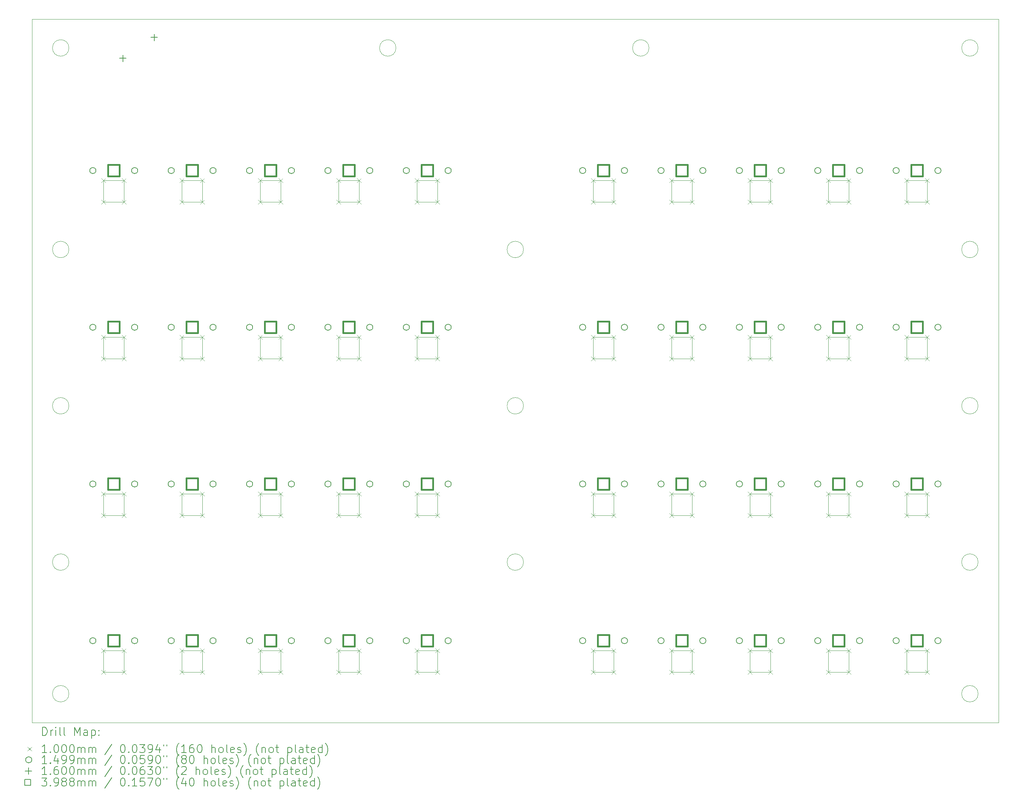
<source format=gbr>
%TF.GenerationSoftware,KiCad,Pcbnew,8.0.6*%
%TF.CreationDate,2024-11-09T01:21:05+01:00*%
%TF.ProjectId,DMX_MIDI_FIGHTER,444d585f-4d49-4444-995f-464947485445,rev?*%
%TF.SameCoordinates,Original*%
%TF.FileFunction,Drillmap*%
%TF.FilePolarity,Positive*%
%FSLAX45Y45*%
G04 Gerber Fmt 4.5, Leading zero omitted, Abs format (unit mm)*
G04 Created by KiCad (PCBNEW 8.0.6) date 2024-11-09 01:21:05*
%MOMM*%
%LPD*%
G01*
G04 APERTURE LIST*
%ADD10C,0.050000*%
%ADD11C,0.120000*%
%ADD12C,0.200000*%
%ADD13C,0.100000*%
%ADD14C,0.149860*%
%ADD15C,0.160000*%
%ADD16C,0.398780*%
G04 APERTURE END LIST*
D10*
X16850000Y-14800000D02*
G75*
G02*
X16450000Y-14800000I-200000J0D01*
G01*
X16450000Y-14800000D02*
G75*
G02*
X16850000Y-14800000I200000J0D01*
G01*
X4900000Y-5400000D02*
X28400000Y-5400000D01*
X28400000Y-22500000D01*
X4900000Y-22500000D01*
X4900000Y-5400000D01*
X13750000Y-6100000D02*
G75*
G02*
X13350000Y-6100000I-200000J0D01*
G01*
X13350000Y-6100000D02*
G75*
G02*
X13750000Y-6100000I200000J0D01*
G01*
X16850000Y-11000000D02*
G75*
G02*
X16450000Y-11000000I-200000J0D01*
G01*
X16450000Y-11000000D02*
G75*
G02*
X16850000Y-11000000I200000J0D01*
G01*
X27900000Y-14800000D02*
G75*
G02*
X27500000Y-14800000I-200000J0D01*
G01*
X27500000Y-14800000D02*
G75*
G02*
X27900000Y-14800000I200000J0D01*
G01*
X27900000Y-11000000D02*
G75*
G02*
X27500000Y-11000000I-200000J0D01*
G01*
X27500000Y-11000000D02*
G75*
G02*
X27900000Y-11000000I200000J0D01*
G01*
X5800000Y-6100000D02*
G75*
G02*
X5400000Y-6100000I-200000J0D01*
G01*
X5400000Y-6100000D02*
G75*
G02*
X5800000Y-6100000I200000J0D01*
G01*
X5800000Y-18600000D02*
G75*
G02*
X5400000Y-18600000I-200000J0D01*
G01*
X5400000Y-18600000D02*
G75*
G02*
X5800000Y-18600000I200000J0D01*
G01*
X5800000Y-21800000D02*
G75*
G02*
X5400000Y-21800000I-200000J0D01*
G01*
X5400000Y-21800000D02*
G75*
G02*
X5800000Y-21800000I200000J0D01*
G01*
X16850000Y-18600000D02*
G75*
G02*
X16450000Y-18600000I-200000J0D01*
G01*
X16450000Y-18600000D02*
G75*
G02*
X16850000Y-18600000I200000J0D01*
G01*
X27900000Y-21800000D02*
G75*
G02*
X27500000Y-21800000I-200000J0D01*
G01*
X27500000Y-21800000D02*
G75*
G02*
X27900000Y-21800000I200000J0D01*
G01*
X5800000Y-11000000D02*
G75*
G02*
X5400000Y-11000000I-200000J0D01*
G01*
X5400000Y-11000000D02*
G75*
G02*
X5800000Y-11000000I200000J0D01*
G01*
X27900000Y-6100000D02*
G75*
G02*
X27500000Y-6100000I-200000J0D01*
G01*
X27500000Y-6100000D02*
G75*
G02*
X27900000Y-6100000I200000J0D01*
G01*
X19900000Y-6100000D02*
G75*
G02*
X19500000Y-6100000I-200000J0D01*
G01*
X19500000Y-6100000D02*
G75*
G02*
X19900000Y-6100000I200000J0D01*
G01*
X5800000Y-14800000D02*
G75*
G02*
X5400000Y-14800000I-200000J0D01*
G01*
X5400000Y-14800000D02*
G75*
G02*
X5800000Y-14800000I200000J0D01*
G01*
X27900000Y-18600000D02*
G75*
G02*
X27500000Y-18600000I-200000J0D01*
G01*
X27500000Y-18600000D02*
G75*
G02*
X27900000Y-18600000I200000J0D01*
G01*
D11*
X10449750Y-20748500D02*
X10449750Y-21277500D01*
X10449750Y-21277500D02*
X10949750Y-21277500D01*
X10949750Y-20748500D02*
X10449750Y-20748500D01*
X10949750Y-21277500D02*
X10949750Y-20748500D01*
X26166000Y-13128500D02*
X26166000Y-13657500D01*
X26166000Y-13657500D02*
X26666000Y-13657500D01*
X26666000Y-13128500D02*
X26166000Y-13128500D01*
X26666000Y-13657500D02*
X26666000Y-13128500D01*
X10449750Y-16938500D02*
X10449750Y-17467500D01*
X10449750Y-17467500D02*
X10949750Y-17467500D01*
X10949750Y-16938500D02*
X10449750Y-16938500D01*
X10949750Y-17467500D02*
X10949750Y-16938500D01*
X22356000Y-13128500D02*
X22356000Y-13657500D01*
X22356000Y-13657500D02*
X22856000Y-13657500D01*
X22856000Y-13128500D02*
X22356000Y-13128500D01*
X22856000Y-13657500D02*
X22856000Y-13128500D01*
X14259750Y-9318500D02*
X14259750Y-9847500D01*
X14259750Y-9847500D02*
X14759750Y-9847500D01*
X14759750Y-9318500D02*
X14259750Y-9318500D01*
X14759750Y-9847500D02*
X14759750Y-9318500D01*
X8544750Y-9318500D02*
X8544750Y-9847500D01*
X8544750Y-9847500D02*
X9044750Y-9847500D01*
X9044750Y-9318500D02*
X8544750Y-9318500D01*
X9044750Y-9847500D02*
X9044750Y-9318500D01*
X18546000Y-20748500D02*
X18546000Y-21277500D01*
X18546000Y-21277500D02*
X19046000Y-21277500D01*
X19046000Y-20748500D02*
X18546000Y-20748500D01*
X19046000Y-21277500D02*
X19046000Y-20748500D01*
X14259750Y-13128500D02*
X14259750Y-13657500D01*
X14259750Y-13657500D02*
X14759750Y-13657500D01*
X14759750Y-13128500D02*
X14259750Y-13128500D01*
X14759750Y-13657500D02*
X14759750Y-13128500D01*
X26166000Y-9318500D02*
X26166000Y-9847500D01*
X26166000Y-9847500D02*
X26666000Y-9847500D01*
X26666000Y-9318500D02*
X26166000Y-9318500D01*
X26666000Y-9847500D02*
X26666000Y-9318500D01*
X20451000Y-20748500D02*
X20451000Y-21277500D01*
X20451000Y-21277500D02*
X20951000Y-21277500D01*
X20951000Y-20748500D02*
X20451000Y-20748500D01*
X20951000Y-21277500D02*
X20951000Y-20748500D01*
X22356000Y-9318500D02*
X22356000Y-9847500D01*
X22356000Y-9847500D02*
X22856000Y-9847500D01*
X22856000Y-9318500D02*
X22356000Y-9318500D01*
X22856000Y-9847500D02*
X22856000Y-9318500D01*
X8544750Y-16938500D02*
X8544750Y-17467500D01*
X8544750Y-17467500D02*
X9044750Y-17467500D01*
X9044750Y-16938500D02*
X8544750Y-16938500D01*
X9044750Y-17467500D02*
X9044750Y-16938500D01*
X18546000Y-9318500D02*
X18546000Y-9847500D01*
X18546000Y-9847500D02*
X19046000Y-9847500D01*
X19046000Y-9318500D02*
X18546000Y-9318500D01*
X19046000Y-9847500D02*
X19046000Y-9318500D01*
X26166000Y-16938500D02*
X26166000Y-17467500D01*
X26166000Y-17467500D02*
X26666000Y-17467500D01*
X26666000Y-16938500D02*
X26166000Y-16938500D01*
X26666000Y-17467500D02*
X26666000Y-16938500D01*
X24261000Y-13128500D02*
X24261000Y-13657500D01*
X24261000Y-13657500D02*
X24761000Y-13657500D01*
X24761000Y-13128500D02*
X24261000Y-13128500D01*
X24761000Y-13657500D02*
X24761000Y-13128500D01*
X10449750Y-13128500D02*
X10449750Y-13657500D01*
X10449750Y-13657500D02*
X10949750Y-13657500D01*
X10949750Y-13128500D02*
X10449750Y-13128500D01*
X10949750Y-13657500D02*
X10949750Y-13128500D01*
X12354750Y-16938500D02*
X12354750Y-17467500D01*
X12354750Y-17467500D02*
X12854750Y-17467500D01*
X12854750Y-16938500D02*
X12354750Y-16938500D01*
X12854750Y-17467500D02*
X12854750Y-16938500D01*
X6639750Y-13128500D02*
X6639750Y-13657500D01*
X6639750Y-13657500D02*
X7139750Y-13657500D01*
X7139750Y-13128500D02*
X6639750Y-13128500D01*
X7139750Y-13657500D02*
X7139750Y-13128500D01*
X12354750Y-20748500D02*
X12354750Y-21277500D01*
X12354750Y-21277500D02*
X12854750Y-21277500D01*
X12854750Y-20748500D02*
X12354750Y-20748500D01*
X12854750Y-21277500D02*
X12854750Y-20748500D01*
X24261000Y-16938500D02*
X24261000Y-17467500D01*
X24261000Y-17467500D02*
X24761000Y-17467500D01*
X24761000Y-16938500D02*
X24261000Y-16938500D01*
X24761000Y-17467500D02*
X24761000Y-16938500D01*
X8544750Y-20748500D02*
X8544750Y-21277500D01*
X8544750Y-21277500D02*
X9044750Y-21277500D01*
X9044750Y-20748500D02*
X8544750Y-20748500D01*
X9044750Y-21277500D02*
X9044750Y-20748500D01*
X12354750Y-9318500D02*
X12354750Y-9847500D01*
X12354750Y-9847500D02*
X12854750Y-9847500D01*
X12854750Y-9318500D02*
X12354750Y-9318500D01*
X12854750Y-9847500D02*
X12854750Y-9318500D01*
X26166000Y-20748500D02*
X26166000Y-21277500D01*
X26166000Y-21277500D02*
X26666000Y-21277500D01*
X26666000Y-20748500D02*
X26166000Y-20748500D01*
X26666000Y-21277500D02*
X26666000Y-20748500D01*
X12354750Y-13128500D02*
X12354750Y-13657500D01*
X12354750Y-13657500D02*
X12854750Y-13657500D01*
X12854750Y-13128500D02*
X12354750Y-13128500D01*
X12854750Y-13657500D02*
X12854750Y-13128500D01*
X24261000Y-9318500D02*
X24261000Y-9847500D01*
X24261000Y-9847500D02*
X24761000Y-9847500D01*
X24761000Y-9318500D02*
X24261000Y-9318500D01*
X24761000Y-9847500D02*
X24761000Y-9318500D01*
X20451000Y-9318500D02*
X20451000Y-9847500D01*
X20451000Y-9847500D02*
X20951000Y-9847500D01*
X20951000Y-9318500D02*
X20451000Y-9318500D01*
X20951000Y-9847500D02*
X20951000Y-9318500D01*
X8544750Y-13128500D02*
X8544750Y-13657500D01*
X8544750Y-13657500D02*
X9044750Y-13657500D01*
X9044750Y-13128500D02*
X8544750Y-13128500D01*
X9044750Y-13657500D02*
X9044750Y-13128500D01*
X6639750Y-20748500D02*
X6639750Y-21277500D01*
X6639750Y-21277500D02*
X7139750Y-21277500D01*
X7139750Y-20748500D02*
X6639750Y-20748500D01*
X7139750Y-21277500D02*
X7139750Y-20748500D01*
X20451000Y-16938500D02*
X20451000Y-17467500D01*
X20451000Y-17467500D02*
X20951000Y-17467500D01*
X20951000Y-16938500D02*
X20451000Y-16938500D01*
X20951000Y-17467500D02*
X20951000Y-16938500D01*
X6639750Y-9318500D02*
X6639750Y-9847500D01*
X6639750Y-9847500D02*
X7139750Y-9847500D01*
X7139750Y-9318500D02*
X6639750Y-9318500D01*
X7139750Y-9847500D02*
X7139750Y-9318500D01*
X18546000Y-13128500D02*
X18546000Y-13657500D01*
X18546000Y-13657500D02*
X19046000Y-13657500D01*
X19046000Y-13128500D02*
X18546000Y-13128500D01*
X19046000Y-13657500D02*
X19046000Y-13128500D01*
X24261000Y-20748500D02*
X24261000Y-21277500D01*
X24261000Y-21277500D02*
X24761000Y-21277500D01*
X24761000Y-20748500D02*
X24261000Y-20748500D01*
X24761000Y-21277500D02*
X24761000Y-20748500D01*
X14259750Y-16938500D02*
X14259750Y-17467500D01*
X14259750Y-17467500D02*
X14759750Y-17467500D01*
X14759750Y-16938500D02*
X14259750Y-16938500D01*
X14759750Y-17467500D02*
X14759750Y-16938500D01*
X20451000Y-13128500D02*
X20451000Y-13657500D01*
X20451000Y-13657500D02*
X20951000Y-13657500D01*
X20951000Y-13128500D02*
X20451000Y-13128500D01*
X20951000Y-13657500D02*
X20951000Y-13128500D01*
X14259750Y-20748500D02*
X14259750Y-21277500D01*
X14259750Y-21277500D02*
X14759750Y-21277500D01*
X14759750Y-20748500D02*
X14259750Y-20748500D01*
X14759750Y-21277500D02*
X14759750Y-20748500D01*
X10449750Y-9318500D02*
X10449750Y-9847500D01*
X10449750Y-9847500D02*
X10949750Y-9847500D01*
X10949750Y-9318500D02*
X10449750Y-9318500D01*
X10949750Y-9847500D02*
X10949750Y-9318500D01*
X6639750Y-16938500D02*
X6639750Y-17467500D01*
X6639750Y-17467500D02*
X7139750Y-17467500D01*
X7139750Y-16938500D02*
X6639750Y-16938500D01*
X7139750Y-17467500D02*
X7139750Y-16938500D01*
X22356000Y-16938500D02*
X22356000Y-17467500D01*
X22356000Y-17467500D02*
X22856000Y-17467500D01*
X22856000Y-16938500D02*
X22356000Y-16938500D01*
X22856000Y-17467500D02*
X22856000Y-16938500D01*
X22356000Y-20748500D02*
X22356000Y-21277500D01*
X22356000Y-21277500D02*
X22856000Y-21277500D01*
X22856000Y-20748500D02*
X22356000Y-20748500D01*
X22856000Y-21277500D02*
X22856000Y-20748500D01*
X18546000Y-16938500D02*
X18546000Y-17467500D01*
X18546000Y-17467500D02*
X19046000Y-17467500D01*
X19046000Y-16938500D02*
X18546000Y-16938500D01*
X19046000Y-17467500D02*
X19046000Y-16938500D01*
D12*
D13*
X6589750Y-9268500D02*
X6689750Y-9368500D01*
X6689750Y-9268500D02*
X6589750Y-9368500D01*
X6589750Y-9797500D02*
X6689750Y-9897500D01*
X6689750Y-9797500D02*
X6589750Y-9897500D01*
X6589750Y-13078500D02*
X6689750Y-13178500D01*
X6689750Y-13078500D02*
X6589750Y-13178500D01*
X6589750Y-13607500D02*
X6689750Y-13707500D01*
X6689750Y-13607500D02*
X6589750Y-13707500D01*
X6589750Y-16888500D02*
X6689750Y-16988500D01*
X6689750Y-16888500D02*
X6589750Y-16988500D01*
X6589750Y-17417500D02*
X6689750Y-17517500D01*
X6689750Y-17417500D02*
X6589750Y-17517500D01*
X6589750Y-20698500D02*
X6689750Y-20798500D01*
X6689750Y-20698500D02*
X6589750Y-20798500D01*
X6589750Y-21227500D02*
X6689750Y-21327500D01*
X6689750Y-21227500D02*
X6589750Y-21327500D01*
X7089750Y-9268500D02*
X7189750Y-9368500D01*
X7189750Y-9268500D02*
X7089750Y-9368500D01*
X7089750Y-9797500D02*
X7189750Y-9897500D01*
X7189750Y-9797500D02*
X7089750Y-9897500D01*
X7089750Y-13078500D02*
X7189750Y-13178500D01*
X7189750Y-13078500D02*
X7089750Y-13178500D01*
X7089750Y-13607500D02*
X7189750Y-13707500D01*
X7189750Y-13607500D02*
X7089750Y-13707500D01*
X7089750Y-16888500D02*
X7189750Y-16988500D01*
X7189750Y-16888500D02*
X7089750Y-16988500D01*
X7089750Y-17417500D02*
X7189750Y-17517500D01*
X7189750Y-17417500D02*
X7089750Y-17517500D01*
X7089750Y-20698500D02*
X7189750Y-20798500D01*
X7189750Y-20698500D02*
X7089750Y-20798500D01*
X7089750Y-21227500D02*
X7189750Y-21327500D01*
X7189750Y-21227500D02*
X7089750Y-21327500D01*
X8494750Y-9268500D02*
X8594750Y-9368500D01*
X8594750Y-9268500D02*
X8494750Y-9368500D01*
X8494750Y-9797500D02*
X8594750Y-9897500D01*
X8594750Y-9797500D02*
X8494750Y-9897500D01*
X8494750Y-13078500D02*
X8594750Y-13178500D01*
X8594750Y-13078500D02*
X8494750Y-13178500D01*
X8494750Y-13607500D02*
X8594750Y-13707500D01*
X8594750Y-13607500D02*
X8494750Y-13707500D01*
X8494750Y-16888500D02*
X8594750Y-16988500D01*
X8594750Y-16888500D02*
X8494750Y-16988500D01*
X8494750Y-17417500D02*
X8594750Y-17517500D01*
X8594750Y-17417500D02*
X8494750Y-17517500D01*
X8494750Y-20698500D02*
X8594750Y-20798500D01*
X8594750Y-20698500D02*
X8494750Y-20798500D01*
X8494750Y-21227500D02*
X8594750Y-21327500D01*
X8594750Y-21227500D02*
X8494750Y-21327500D01*
X8994750Y-9268500D02*
X9094750Y-9368500D01*
X9094750Y-9268500D02*
X8994750Y-9368500D01*
X8994750Y-9797500D02*
X9094750Y-9897500D01*
X9094750Y-9797500D02*
X8994750Y-9897500D01*
X8994750Y-13078500D02*
X9094750Y-13178500D01*
X9094750Y-13078500D02*
X8994750Y-13178500D01*
X8994750Y-13607500D02*
X9094750Y-13707500D01*
X9094750Y-13607500D02*
X8994750Y-13707500D01*
X8994750Y-16888500D02*
X9094750Y-16988500D01*
X9094750Y-16888500D02*
X8994750Y-16988500D01*
X8994750Y-17417500D02*
X9094750Y-17517500D01*
X9094750Y-17417500D02*
X8994750Y-17517500D01*
X8994750Y-20698500D02*
X9094750Y-20798500D01*
X9094750Y-20698500D02*
X8994750Y-20798500D01*
X8994750Y-21227500D02*
X9094750Y-21327500D01*
X9094750Y-21227500D02*
X8994750Y-21327500D01*
X10399750Y-9268500D02*
X10499750Y-9368500D01*
X10499750Y-9268500D02*
X10399750Y-9368500D01*
X10399750Y-9797500D02*
X10499750Y-9897500D01*
X10499750Y-9797500D02*
X10399750Y-9897500D01*
X10399750Y-13078500D02*
X10499750Y-13178500D01*
X10499750Y-13078500D02*
X10399750Y-13178500D01*
X10399750Y-13607500D02*
X10499750Y-13707500D01*
X10499750Y-13607500D02*
X10399750Y-13707500D01*
X10399750Y-16888500D02*
X10499750Y-16988500D01*
X10499750Y-16888500D02*
X10399750Y-16988500D01*
X10399750Y-17417500D02*
X10499750Y-17517500D01*
X10499750Y-17417500D02*
X10399750Y-17517500D01*
X10399750Y-20698500D02*
X10499750Y-20798500D01*
X10499750Y-20698500D02*
X10399750Y-20798500D01*
X10399750Y-21227500D02*
X10499750Y-21327500D01*
X10499750Y-21227500D02*
X10399750Y-21327500D01*
X10899750Y-9268500D02*
X10999750Y-9368500D01*
X10999750Y-9268500D02*
X10899750Y-9368500D01*
X10899750Y-9797500D02*
X10999750Y-9897500D01*
X10999750Y-9797500D02*
X10899750Y-9897500D01*
X10899750Y-13078500D02*
X10999750Y-13178500D01*
X10999750Y-13078500D02*
X10899750Y-13178500D01*
X10899750Y-13607500D02*
X10999750Y-13707500D01*
X10999750Y-13607500D02*
X10899750Y-13707500D01*
X10899750Y-16888500D02*
X10999750Y-16988500D01*
X10999750Y-16888500D02*
X10899750Y-16988500D01*
X10899750Y-17417500D02*
X10999750Y-17517500D01*
X10999750Y-17417500D02*
X10899750Y-17517500D01*
X10899750Y-20698500D02*
X10999750Y-20798500D01*
X10999750Y-20698500D02*
X10899750Y-20798500D01*
X10899750Y-21227500D02*
X10999750Y-21327500D01*
X10999750Y-21227500D02*
X10899750Y-21327500D01*
X12304750Y-9268500D02*
X12404750Y-9368500D01*
X12404750Y-9268500D02*
X12304750Y-9368500D01*
X12304750Y-9797500D02*
X12404750Y-9897500D01*
X12404750Y-9797500D02*
X12304750Y-9897500D01*
X12304750Y-13078500D02*
X12404750Y-13178500D01*
X12404750Y-13078500D02*
X12304750Y-13178500D01*
X12304750Y-13607500D02*
X12404750Y-13707500D01*
X12404750Y-13607500D02*
X12304750Y-13707500D01*
X12304750Y-16888500D02*
X12404750Y-16988500D01*
X12404750Y-16888500D02*
X12304750Y-16988500D01*
X12304750Y-17417500D02*
X12404750Y-17517500D01*
X12404750Y-17417500D02*
X12304750Y-17517500D01*
X12304750Y-20698500D02*
X12404750Y-20798500D01*
X12404750Y-20698500D02*
X12304750Y-20798500D01*
X12304750Y-21227500D02*
X12404750Y-21327500D01*
X12404750Y-21227500D02*
X12304750Y-21327500D01*
X12804750Y-9268500D02*
X12904750Y-9368500D01*
X12904750Y-9268500D02*
X12804750Y-9368500D01*
X12804750Y-9797500D02*
X12904750Y-9897500D01*
X12904750Y-9797500D02*
X12804750Y-9897500D01*
X12804750Y-13078500D02*
X12904750Y-13178500D01*
X12904750Y-13078500D02*
X12804750Y-13178500D01*
X12804750Y-13607500D02*
X12904750Y-13707500D01*
X12904750Y-13607500D02*
X12804750Y-13707500D01*
X12804750Y-16888500D02*
X12904750Y-16988500D01*
X12904750Y-16888500D02*
X12804750Y-16988500D01*
X12804750Y-17417500D02*
X12904750Y-17517500D01*
X12904750Y-17417500D02*
X12804750Y-17517500D01*
X12804750Y-20698500D02*
X12904750Y-20798500D01*
X12904750Y-20698500D02*
X12804750Y-20798500D01*
X12804750Y-21227500D02*
X12904750Y-21327500D01*
X12904750Y-21227500D02*
X12804750Y-21327500D01*
X14209750Y-9268500D02*
X14309750Y-9368500D01*
X14309750Y-9268500D02*
X14209750Y-9368500D01*
X14209750Y-9797500D02*
X14309750Y-9897500D01*
X14309750Y-9797500D02*
X14209750Y-9897500D01*
X14209750Y-13078500D02*
X14309750Y-13178500D01*
X14309750Y-13078500D02*
X14209750Y-13178500D01*
X14209750Y-13607500D02*
X14309750Y-13707500D01*
X14309750Y-13607500D02*
X14209750Y-13707500D01*
X14209750Y-16888500D02*
X14309750Y-16988500D01*
X14309750Y-16888500D02*
X14209750Y-16988500D01*
X14209750Y-17417500D02*
X14309750Y-17517500D01*
X14309750Y-17417500D02*
X14209750Y-17517500D01*
X14209750Y-20698500D02*
X14309750Y-20798500D01*
X14309750Y-20698500D02*
X14209750Y-20798500D01*
X14209750Y-21227500D02*
X14309750Y-21327500D01*
X14309750Y-21227500D02*
X14209750Y-21327500D01*
X14709750Y-9268500D02*
X14809750Y-9368500D01*
X14809750Y-9268500D02*
X14709750Y-9368500D01*
X14709750Y-9797500D02*
X14809750Y-9897500D01*
X14809750Y-9797500D02*
X14709750Y-9897500D01*
X14709750Y-13078500D02*
X14809750Y-13178500D01*
X14809750Y-13078500D02*
X14709750Y-13178500D01*
X14709750Y-13607500D02*
X14809750Y-13707500D01*
X14809750Y-13607500D02*
X14709750Y-13707500D01*
X14709750Y-16888500D02*
X14809750Y-16988500D01*
X14809750Y-16888500D02*
X14709750Y-16988500D01*
X14709750Y-17417500D02*
X14809750Y-17517500D01*
X14809750Y-17417500D02*
X14709750Y-17517500D01*
X14709750Y-20698500D02*
X14809750Y-20798500D01*
X14809750Y-20698500D02*
X14709750Y-20798500D01*
X14709750Y-21227500D02*
X14809750Y-21327500D01*
X14809750Y-21227500D02*
X14709750Y-21327500D01*
X18496000Y-9268500D02*
X18596000Y-9368500D01*
X18596000Y-9268500D02*
X18496000Y-9368500D01*
X18496000Y-9797500D02*
X18596000Y-9897500D01*
X18596000Y-9797500D02*
X18496000Y-9897500D01*
X18496000Y-13078500D02*
X18596000Y-13178500D01*
X18596000Y-13078500D02*
X18496000Y-13178500D01*
X18496000Y-13607500D02*
X18596000Y-13707500D01*
X18596000Y-13607500D02*
X18496000Y-13707500D01*
X18496000Y-16888500D02*
X18596000Y-16988500D01*
X18596000Y-16888500D02*
X18496000Y-16988500D01*
X18496000Y-17417500D02*
X18596000Y-17517500D01*
X18596000Y-17417500D02*
X18496000Y-17517500D01*
X18496000Y-20698500D02*
X18596000Y-20798500D01*
X18596000Y-20698500D02*
X18496000Y-20798500D01*
X18496000Y-21227500D02*
X18596000Y-21327500D01*
X18596000Y-21227500D02*
X18496000Y-21327500D01*
X18996000Y-9268500D02*
X19096000Y-9368500D01*
X19096000Y-9268500D02*
X18996000Y-9368500D01*
X18996000Y-9797500D02*
X19096000Y-9897500D01*
X19096000Y-9797500D02*
X18996000Y-9897500D01*
X18996000Y-13078500D02*
X19096000Y-13178500D01*
X19096000Y-13078500D02*
X18996000Y-13178500D01*
X18996000Y-13607500D02*
X19096000Y-13707500D01*
X19096000Y-13607500D02*
X18996000Y-13707500D01*
X18996000Y-16888500D02*
X19096000Y-16988500D01*
X19096000Y-16888500D02*
X18996000Y-16988500D01*
X18996000Y-17417500D02*
X19096000Y-17517500D01*
X19096000Y-17417500D02*
X18996000Y-17517500D01*
X18996000Y-20698500D02*
X19096000Y-20798500D01*
X19096000Y-20698500D02*
X18996000Y-20798500D01*
X18996000Y-21227500D02*
X19096000Y-21327500D01*
X19096000Y-21227500D02*
X18996000Y-21327500D01*
X20401000Y-9268500D02*
X20501000Y-9368500D01*
X20501000Y-9268500D02*
X20401000Y-9368500D01*
X20401000Y-9797500D02*
X20501000Y-9897500D01*
X20501000Y-9797500D02*
X20401000Y-9897500D01*
X20401000Y-13078500D02*
X20501000Y-13178500D01*
X20501000Y-13078500D02*
X20401000Y-13178500D01*
X20401000Y-13607500D02*
X20501000Y-13707500D01*
X20501000Y-13607500D02*
X20401000Y-13707500D01*
X20401000Y-16888500D02*
X20501000Y-16988500D01*
X20501000Y-16888500D02*
X20401000Y-16988500D01*
X20401000Y-17417500D02*
X20501000Y-17517500D01*
X20501000Y-17417500D02*
X20401000Y-17517500D01*
X20401000Y-20698500D02*
X20501000Y-20798500D01*
X20501000Y-20698500D02*
X20401000Y-20798500D01*
X20401000Y-21227500D02*
X20501000Y-21327500D01*
X20501000Y-21227500D02*
X20401000Y-21327500D01*
X20901000Y-9268500D02*
X21001000Y-9368500D01*
X21001000Y-9268500D02*
X20901000Y-9368500D01*
X20901000Y-9797500D02*
X21001000Y-9897500D01*
X21001000Y-9797500D02*
X20901000Y-9897500D01*
X20901000Y-13078500D02*
X21001000Y-13178500D01*
X21001000Y-13078500D02*
X20901000Y-13178500D01*
X20901000Y-13607500D02*
X21001000Y-13707500D01*
X21001000Y-13607500D02*
X20901000Y-13707500D01*
X20901000Y-16888500D02*
X21001000Y-16988500D01*
X21001000Y-16888500D02*
X20901000Y-16988500D01*
X20901000Y-17417500D02*
X21001000Y-17517500D01*
X21001000Y-17417500D02*
X20901000Y-17517500D01*
X20901000Y-20698500D02*
X21001000Y-20798500D01*
X21001000Y-20698500D02*
X20901000Y-20798500D01*
X20901000Y-21227500D02*
X21001000Y-21327500D01*
X21001000Y-21227500D02*
X20901000Y-21327500D01*
X22306000Y-9268500D02*
X22406000Y-9368500D01*
X22406000Y-9268500D02*
X22306000Y-9368500D01*
X22306000Y-9797500D02*
X22406000Y-9897500D01*
X22406000Y-9797500D02*
X22306000Y-9897500D01*
X22306000Y-13078500D02*
X22406000Y-13178500D01*
X22406000Y-13078500D02*
X22306000Y-13178500D01*
X22306000Y-13607500D02*
X22406000Y-13707500D01*
X22406000Y-13607500D02*
X22306000Y-13707500D01*
X22306000Y-16888500D02*
X22406000Y-16988500D01*
X22406000Y-16888500D02*
X22306000Y-16988500D01*
X22306000Y-17417500D02*
X22406000Y-17517500D01*
X22406000Y-17417500D02*
X22306000Y-17517500D01*
X22306000Y-20698500D02*
X22406000Y-20798500D01*
X22406000Y-20698500D02*
X22306000Y-20798500D01*
X22306000Y-21227500D02*
X22406000Y-21327500D01*
X22406000Y-21227500D02*
X22306000Y-21327500D01*
X22806000Y-9268500D02*
X22906000Y-9368500D01*
X22906000Y-9268500D02*
X22806000Y-9368500D01*
X22806000Y-9797500D02*
X22906000Y-9897500D01*
X22906000Y-9797500D02*
X22806000Y-9897500D01*
X22806000Y-13078500D02*
X22906000Y-13178500D01*
X22906000Y-13078500D02*
X22806000Y-13178500D01*
X22806000Y-13607500D02*
X22906000Y-13707500D01*
X22906000Y-13607500D02*
X22806000Y-13707500D01*
X22806000Y-16888500D02*
X22906000Y-16988500D01*
X22906000Y-16888500D02*
X22806000Y-16988500D01*
X22806000Y-17417500D02*
X22906000Y-17517500D01*
X22906000Y-17417500D02*
X22806000Y-17517500D01*
X22806000Y-20698500D02*
X22906000Y-20798500D01*
X22906000Y-20698500D02*
X22806000Y-20798500D01*
X22806000Y-21227500D02*
X22906000Y-21327500D01*
X22906000Y-21227500D02*
X22806000Y-21327500D01*
X24211000Y-9268500D02*
X24311000Y-9368500D01*
X24311000Y-9268500D02*
X24211000Y-9368500D01*
X24211000Y-9797500D02*
X24311000Y-9897500D01*
X24311000Y-9797500D02*
X24211000Y-9897500D01*
X24211000Y-13078500D02*
X24311000Y-13178500D01*
X24311000Y-13078500D02*
X24211000Y-13178500D01*
X24211000Y-13607500D02*
X24311000Y-13707500D01*
X24311000Y-13607500D02*
X24211000Y-13707500D01*
X24211000Y-16888500D02*
X24311000Y-16988500D01*
X24311000Y-16888500D02*
X24211000Y-16988500D01*
X24211000Y-17417500D02*
X24311000Y-17517500D01*
X24311000Y-17417500D02*
X24211000Y-17517500D01*
X24211000Y-20698500D02*
X24311000Y-20798500D01*
X24311000Y-20698500D02*
X24211000Y-20798500D01*
X24211000Y-21227500D02*
X24311000Y-21327500D01*
X24311000Y-21227500D02*
X24211000Y-21327500D01*
X24711000Y-9268500D02*
X24811000Y-9368500D01*
X24811000Y-9268500D02*
X24711000Y-9368500D01*
X24711000Y-9797500D02*
X24811000Y-9897500D01*
X24811000Y-9797500D02*
X24711000Y-9897500D01*
X24711000Y-13078500D02*
X24811000Y-13178500D01*
X24811000Y-13078500D02*
X24711000Y-13178500D01*
X24711000Y-13607500D02*
X24811000Y-13707500D01*
X24811000Y-13607500D02*
X24711000Y-13707500D01*
X24711000Y-16888500D02*
X24811000Y-16988500D01*
X24811000Y-16888500D02*
X24711000Y-16988500D01*
X24711000Y-17417500D02*
X24811000Y-17517500D01*
X24811000Y-17417500D02*
X24711000Y-17517500D01*
X24711000Y-20698500D02*
X24811000Y-20798500D01*
X24811000Y-20698500D02*
X24711000Y-20798500D01*
X24711000Y-21227500D02*
X24811000Y-21327500D01*
X24811000Y-21227500D02*
X24711000Y-21327500D01*
X26116000Y-9268500D02*
X26216000Y-9368500D01*
X26216000Y-9268500D02*
X26116000Y-9368500D01*
X26116000Y-9797500D02*
X26216000Y-9897500D01*
X26216000Y-9797500D02*
X26116000Y-9897500D01*
X26116000Y-13078500D02*
X26216000Y-13178500D01*
X26216000Y-13078500D02*
X26116000Y-13178500D01*
X26116000Y-13607500D02*
X26216000Y-13707500D01*
X26216000Y-13607500D02*
X26116000Y-13707500D01*
X26116000Y-16888500D02*
X26216000Y-16988500D01*
X26216000Y-16888500D02*
X26116000Y-16988500D01*
X26116000Y-17417500D02*
X26216000Y-17517500D01*
X26216000Y-17417500D02*
X26116000Y-17517500D01*
X26116000Y-20698500D02*
X26216000Y-20798500D01*
X26216000Y-20698500D02*
X26116000Y-20798500D01*
X26116000Y-21227500D02*
X26216000Y-21327500D01*
X26216000Y-21227500D02*
X26116000Y-21327500D01*
X26616000Y-9268500D02*
X26716000Y-9368500D01*
X26716000Y-9268500D02*
X26616000Y-9368500D01*
X26616000Y-9797500D02*
X26716000Y-9897500D01*
X26716000Y-9797500D02*
X26616000Y-9897500D01*
X26616000Y-13078500D02*
X26716000Y-13178500D01*
X26716000Y-13078500D02*
X26616000Y-13178500D01*
X26616000Y-13607500D02*
X26716000Y-13707500D01*
X26716000Y-13607500D02*
X26616000Y-13707500D01*
X26616000Y-16888500D02*
X26716000Y-16988500D01*
X26716000Y-16888500D02*
X26616000Y-16988500D01*
X26616000Y-17417500D02*
X26716000Y-17517500D01*
X26716000Y-17417500D02*
X26616000Y-17517500D01*
X26616000Y-20698500D02*
X26716000Y-20798500D01*
X26716000Y-20698500D02*
X26616000Y-20798500D01*
X26616000Y-21227500D02*
X26716000Y-21327500D01*
X26716000Y-21227500D02*
X26616000Y-21327500D01*
D14*
X6456680Y-9080500D02*
G75*
G02*
X6306820Y-9080500I-74930J0D01*
G01*
X6306820Y-9080500D02*
G75*
G02*
X6456680Y-9080500I74930J0D01*
G01*
X6456680Y-12890500D02*
G75*
G02*
X6306820Y-12890500I-74930J0D01*
G01*
X6306820Y-12890500D02*
G75*
G02*
X6456680Y-12890500I74930J0D01*
G01*
X6456680Y-16700500D02*
G75*
G02*
X6306820Y-16700500I-74930J0D01*
G01*
X6306820Y-16700500D02*
G75*
G02*
X6456680Y-16700500I74930J0D01*
G01*
X6456680Y-20510500D02*
G75*
G02*
X6306820Y-20510500I-74930J0D01*
G01*
X6306820Y-20510500D02*
G75*
G02*
X6456680Y-20510500I74930J0D01*
G01*
X7472680Y-9080500D02*
G75*
G02*
X7322820Y-9080500I-74930J0D01*
G01*
X7322820Y-9080500D02*
G75*
G02*
X7472680Y-9080500I74930J0D01*
G01*
X7472680Y-12890500D02*
G75*
G02*
X7322820Y-12890500I-74930J0D01*
G01*
X7322820Y-12890500D02*
G75*
G02*
X7472680Y-12890500I74930J0D01*
G01*
X7472680Y-16700500D02*
G75*
G02*
X7322820Y-16700500I-74930J0D01*
G01*
X7322820Y-16700500D02*
G75*
G02*
X7472680Y-16700500I74930J0D01*
G01*
X7472680Y-20510500D02*
G75*
G02*
X7322820Y-20510500I-74930J0D01*
G01*
X7322820Y-20510500D02*
G75*
G02*
X7472680Y-20510500I74930J0D01*
G01*
X8361680Y-9080500D02*
G75*
G02*
X8211820Y-9080500I-74930J0D01*
G01*
X8211820Y-9080500D02*
G75*
G02*
X8361680Y-9080500I74930J0D01*
G01*
X8361680Y-12890500D02*
G75*
G02*
X8211820Y-12890500I-74930J0D01*
G01*
X8211820Y-12890500D02*
G75*
G02*
X8361680Y-12890500I74930J0D01*
G01*
X8361680Y-16700500D02*
G75*
G02*
X8211820Y-16700500I-74930J0D01*
G01*
X8211820Y-16700500D02*
G75*
G02*
X8361680Y-16700500I74930J0D01*
G01*
X8361680Y-20510500D02*
G75*
G02*
X8211820Y-20510500I-74930J0D01*
G01*
X8211820Y-20510500D02*
G75*
G02*
X8361680Y-20510500I74930J0D01*
G01*
X9377680Y-9080500D02*
G75*
G02*
X9227820Y-9080500I-74930J0D01*
G01*
X9227820Y-9080500D02*
G75*
G02*
X9377680Y-9080500I74930J0D01*
G01*
X9377680Y-12890500D02*
G75*
G02*
X9227820Y-12890500I-74930J0D01*
G01*
X9227820Y-12890500D02*
G75*
G02*
X9377680Y-12890500I74930J0D01*
G01*
X9377680Y-16700500D02*
G75*
G02*
X9227820Y-16700500I-74930J0D01*
G01*
X9227820Y-16700500D02*
G75*
G02*
X9377680Y-16700500I74930J0D01*
G01*
X9377680Y-20510500D02*
G75*
G02*
X9227820Y-20510500I-74930J0D01*
G01*
X9227820Y-20510500D02*
G75*
G02*
X9377680Y-20510500I74930J0D01*
G01*
X10266680Y-9080500D02*
G75*
G02*
X10116820Y-9080500I-74930J0D01*
G01*
X10116820Y-9080500D02*
G75*
G02*
X10266680Y-9080500I74930J0D01*
G01*
X10266680Y-12890500D02*
G75*
G02*
X10116820Y-12890500I-74930J0D01*
G01*
X10116820Y-12890500D02*
G75*
G02*
X10266680Y-12890500I74930J0D01*
G01*
X10266680Y-16700500D02*
G75*
G02*
X10116820Y-16700500I-74930J0D01*
G01*
X10116820Y-16700500D02*
G75*
G02*
X10266680Y-16700500I74930J0D01*
G01*
X10266680Y-20510500D02*
G75*
G02*
X10116820Y-20510500I-74930J0D01*
G01*
X10116820Y-20510500D02*
G75*
G02*
X10266680Y-20510500I74930J0D01*
G01*
X11282680Y-9080500D02*
G75*
G02*
X11132820Y-9080500I-74930J0D01*
G01*
X11132820Y-9080500D02*
G75*
G02*
X11282680Y-9080500I74930J0D01*
G01*
X11282680Y-12890500D02*
G75*
G02*
X11132820Y-12890500I-74930J0D01*
G01*
X11132820Y-12890500D02*
G75*
G02*
X11282680Y-12890500I74930J0D01*
G01*
X11282680Y-16700500D02*
G75*
G02*
X11132820Y-16700500I-74930J0D01*
G01*
X11132820Y-16700500D02*
G75*
G02*
X11282680Y-16700500I74930J0D01*
G01*
X11282680Y-20510500D02*
G75*
G02*
X11132820Y-20510500I-74930J0D01*
G01*
X11132820Y-20510500D02*
G75*
G02*
X11282680Y-20510500I74930J0D01*
G01*
X12171680Y-9080500D02*
G75*
G02*
X12021820Y-9080500I-74930J0D01*
G01*
X12021820Y-9080500D02*
G75*
G02*
X12171680Y-9080500I74930J0D01*
G01*
X12171680Y-12890500D02*
G75*
G02*
X12021820Y-12890500I-74930J0D01*
G01*
X12021820Y-12890500D02*
G75*
G02*
X12171680Y-12890500I74930J0D01*
G01*
X12171680Y-16700500D02*
G75*
G02*
X12021820Y-16700500I-74930J0D01*
G01*
X12021820Y-16700500D02*
G75*
G02*
X12171680Y-16700500I74930J0D01*
G01*
X12171680Y-20510500D02*
G75*
G02*
X12021820Y-20510500I-74930J0D01*
G01*
X12021820Y-20510500D02*
G75*
G02*
X12171680Y-20510500I74930J0D01*
G01*
X13187680Y-9080500D02*
G75*
G02*
X13037820Y-9080500I-74930J0D01*
G01*
X13037820Y-9080500D02*
G75*
G02*
X13187680Y-9080500I74930J0D01*
G01*
X13187680Y-12890500D02*
G75*
G02*
X13037820Y-12890500I-74930J0D01*
G01*
X13037820Y-12890500D02*
G75*
G02*
X13187680Y-12890500I74930J0D01*
G01*
X13187680Y-16700500D02*
G75*
G02*
X13037820Y-16700500I-74930J0D01*
G01*
X13037820Y-16700500D02*
G75*
G02*
X13187680Y-16700500I74930J0D01*
G01*
X13187680Y-20510500D02*
G75*
G02*
X13037820Y-20510500I-74930J0D01*
G01*
X13037820Y-20510500D02*
G75*
G02*
X13187680Y-20510500I74930J0D01*
G01*
X14076680Y-9080500D02*
G75*
G02*
X13926820Y-9080500I-74930J0D01*
G01*
X13926820Y-9080500D02*
G75*
G02*
X14076680Y-9080500I74930J0D01*
G01*
X14076680Y-12890500D02*
G75*
G02*
X13926820Y-12890500I-74930J0D01*
G01*
X13926820Y-12890500D02*
G75*
G02*
X14076680Y-12890500I74930J0D01*
G01*
X14076680Y-16700500D02*
G75*
G02*
X13926820Y-16700500I-74930J0D01*
G01*
X13926820Y-16700500D02*
G75*
G02*
X14076680Y-16700500I74930J0D01*
G01*
X14076680Y-20510500D02*
G75*
G02*
X13926820Y-20510500I-74930J0D01*
G01*
X13926820Y-20510500D02*
G75*
G02*
X14076680Y-20510500I74930J0D01*
G01*
X15092680Y-9080500D02*
G75*
G02*
X14942820Y-9080500I-74930J0D01*
G01*
X14942820Y-9080500D02*
G75*
G02*
X15092680Y-9080500I74930J0D01*
G01*
X15092680Y-12890500D02*
G75*
G02*
X14942820Y-12890500I-74930J0D01*
G01*
X14942820Y-12890500D02*
G75*
G02*
X15092680Y-12890500I74930J0D01*
G01*
X15092680Y-16700500D02*
G75*
G02*
X14942820Y-16700500I-74930J0D01*
G01*
X14942820Y-16700500D02*
G75*
G02*
X15092680Y-16700500I74930J0D01*
G01*
X15092680Y-20510500D02*
G75*
G02*
X14942820Y-20510500I-74930J0D01*
G01*
X14942820Y-20510500D02*
G75*
G02*
X15092680Y-20510500I74930J0D01*
G01*
X18362930Y-9080500D02*
G75*
G02*
X18213070Y-9080500I-74930J0D01*
G01*
X18213070Y-9080500D02*
G75*
G02*
X18362930Y-9080500I74930J0D01*
G01*
X18362930Y-12890500D02*
G75*
G02*
X18213070Y-12890500I-74930J0D01*
G01*
X18213070Y-12890500D02*
G75*
G02*
X18362930Y-12890500I74930J0D01*
G01*
X18362930Y-16700500D02*
G75*
G02*
X18213070Y-16700500I-74930J0D01*
G01*
X18213070Y-16700500D02*
G75*
G02*
X18362930Y-16700500I74930J0D01*
G01*
X18362930Y-20510500D02*
G75*
G02*
X18213070Y-20510500I-74930J0D01*
G01*
X18213070Y-20510500D02*
G75*
G02*
X18362930Y-20510500I74930J0D01*
G01*
X19378930Y-9080500D02*
G75*
G02*
X19229070Y-9080500I-74930J0D01*
G01*
X19229070Y-9080500D02*
G75*
G02*
X19378930Y-9080500I74930J0D01*
G01*
X19378930Y-12890500D02*
G75*
G02*
X19229070Y-12890500I-74930J0D01*
G01*
X19229070Y-12890500D02*
G75*
G02*
X19378930Y-12890500I74930J0D01*
G01*
X19378930Y-16700500D02*
G75*
G02*
X19229070Y-16700500I-74930J0D01*
G01*
X19229070Y-16700500D02*
G75*
G02*
X19378930Y-16700500I74930J0D01*
G01*
X19378930Y-20510500D02*
G75*
G02*
X19229070Y-20510500I-74930J0D01*
G01*
X19229070Y-20510500D02*
G75*
G02*
X19378930Y-20510500I74930J0D01*
G01*
X20267930Y-9080500D02*
G75*
G02*
X20118070Y-9080500I-74930J0D01*
G01*
X20118070Y-9080500D02*
G75*
G02*
X20267930Y-9080500I74930J0D01*
G01*
X20267930Y-12890500D02*
G75*
G02*
X20118070Y-12890500I-74930J0D01*
G01*
X20118070Y-12890500D02*
G75*
G02*
X20267930Y-12890500I74930J0D01*
G01*
X20267930Y-16700500D02*
G75*
G02*
X20118070Y-16700500I-74930J0D01*
G01*
X20118070Y-16700500D02*
G75*
G02*
X20267930Y-16700500I74930J0D01*
G01*
X20267930Y-20510500D02*
G75*
G02*
X20118070Y-20510500I-74930J0D01*
G01*
X20118070Y-20510500D02*
G75*
G02*
X20267930Y-20510500I74930J0D01*
G01*
X21283930Y-9080500D02*
G75*
G02*
X21134070Y-9080500I-74930J0D01*
G01*
X21134070Y-9080500D02*
G75*
G02*
X21283930Y-9080500I74930J0D01*
G01*
X21283930Y-12890500D02*
G75*
G02*
X21134070Y-12890500I-74930J0D01*
G01*
X21134070Y-12890500D02*
G75*
G02*
X21283930Y-12890500I74930J0D01*
G01*
X21283930Y-16700500D02*
G75*
G02*
X21134070Y-16700500I-74930J0D01*
G01*
X21134070Y-16700500D02*
G75*
G02*
X21283930Y-16700500I74930J0D01*
G01*
X21283930Y-20510500D02*
G75*
G02*
X21134070Y-20510500I-74930J0D01*
G01*
X21134070Y-20510500D02*
G75*
G02*
X21283930Y-20510500I74930J0D01*
G01*
X22172930Y-9080500D02*
G75*
G02*
X22023070Y-9080500I-74930J0D01*
G01*
X22023070Y-9080500D02*
G75*
G02*
X22172930Y-9080500I74930J0D01*
G01*
X22172930Y-12890500D02*
G75*
G02*
X22023070Y-12890500I-74930J0D01*
G01*
X22023070Y-12890500D02*
G75*
G02*
X22172930Y-12890500I74930J0D01*
G01*
X22172930Y-16700500D02*
G75*
G02*
X22023070Y-16700500I-74930J0D01*
G01*
X22023070Y-16700500D02*
G75*
G02*
X22172930Y-16700500I74930J0D01*
G01*
X22172930Y-20510500D02*
G75*
G02*
X22023070Y-20510500I-74930J0D01*
G01*
X22023070Y-20510500D02*
G75*
G02*
X22172930Y-20510500I74930J0D01*
G01*
X23188930Y-9080500D02*
G75*
G02*
X23039070Y-9080500I-74930J0D01*
G01*
X23039070Y-9080500D02*
G75*
G02*
X23188930Y-9080500I74930J0D01*
G01*
X23188930Y-12890500D02*
G75*
G02*
X23039070Y-12890500I-74930J0D01*
G01*
X23039070Y-12890500D02*
G75*
G02*
X23188930Y-12890500I74930J0D01*
G01*
X23188930Y-16700500D02*
G75*
G02*
X23039070Y-16700500I-74930J0D01*
G01*
X23039070Y-16700500D02*
G75*
G02*
X23188930Y-16700500I74930J0D01*
G01*
X23188930Y-20510500D02*
G75*
G02*
X23039070Y-20510500I-74930J0D01*
G01*
X23039070Y-20510500D02*
G75*
G02*
X23188930Y-20510500I74930J0D01*
G01*
X24077930Y-9080500D02*
G75*
G02*
X23928070Y-9080500I-74930J0D01*
G01*
X23928070Y-9080500D02*
G75*
G02*
X24077930Y-9080500I74930J0D01*
G01*
X24077930Y-12890500D02*
G75*
G02*
X23928070Y-12890500I-74930J0D01*
G01*
X23928070Y-12890500D02*
G75*
G02*
X24077930Y-12890500I74930J0D01*
G01*
X24077930Y-16700500D02*
G75*
G02*
X23928070Y-16700500I-74930J0D01*
G01*
X23928070Y-16700500D02*
G75*
G02*
X24077930Y-16700500I74930J0D01*
G01*
X24077930Y-20510500D02*
G75*
G02*
X23928070Y-20510500I-74930J0D01*
G01*
X23928070Y-20510500D02*
G75*
G02*
X24077930Y-20510500I74930J0D01*
G01*
X25093930Y-9080500D02*
G75*
G02*
X24944070Y-9080500I-74930J0D01*
G01*
X24944070Y-9080500D02*
G75*
G02*
X25093930Y-9080500I74930J0D01*
G01*
X25093930Y-12890500D02*
G75*
G02*
X24944070Y-12890500I-74930J0D01*
G01*
X24944070Y-12890500D02*
G75*
G02*
X25093930Y-12890500I74930J0D01*
G01*
X25093930Y-16700500D02*
G75*
G02*
X24944070Y-16700500I-74930J0D01*
G01*
X24944070Y-16700500D02*
G75*
G02*
X25093930Y-16700500I74930J0D01*
G01*
X25093930Y-20510500D02*
G75*
G02*
X24944070Y-20510500I-74930J0D01*
G01*
X24944070Y-20510500D02*
G75*
G02*
X25093930Y-20510500I74930J0D01*
G01*
X25982930Y-9080500D02*
G75*
G02*
X25833070Y-9080500I-74930J0D01*
G01*
X25833070Y-9080500D02*
G75*
G02*
X25982930Y-9080500I74930J0D01*
G01*
X25982930Y-12890500D02*
G75*
G02*
X25833070Y-12890500I-74930J0D01*
G01*
X25833070Y-12890500D02*
G75*
G02*
X25982930Y-12890500I74930J0D01*
G01*
X25982930Y-16700500D02*
G75*
G02*
X25833070Y-16700500I-74930J0D01*
G01*
X25833070Y-16700500D02*
G75*
G02*
X25982930Y-16700500I74930J0D01*
G01*
X25982930Y-20510500D02*
G75*
G02*
X25833070Y-20510500I-74930J0D01*
G01*
X25833070Y-20510500D02*
G75*
G02*
X25982930Y-20510500I74930J0D01*
G01*
X26998930Y-9080500D02*
G75*
G02*
X26849070Y-9080500I-74930J0D01*
G01*
X26849070Y-9080500D02*
G75*
G02*
X26998930Y-9080500I74930J0D01*
G01*
X26998930Y-12890500D02*
G75*
G02*
X26849070Y-12890500I-74930J0D01*
G01*
X26849070Y-12890500D02*
G75*
G02*
X26998930Y-12890500I74930J0D01*
G01*
X26998930Y-16700500D02*
G75*
G02*
X26849070Y-16700500I-74930J0D01*
G01*
X26849070Y-16700500D02*
G75*
G02*
X26998930Y-16700500I74930J0D01*
G01*
X26998930Y-20510500D02*
G75*
G02*
X26849070Y-20510500I-74930J0D01*
G01*
X26849070Y-20510500D02*
G75*
G02*
X26998930Y-20510500I74930J0D01*
G01*
D15*
X7112000Y-6270000D02*
X7112000Y-6430000D01*
X7032000Y-6350000D02*
X7192000Y-6350000D01*
X7874000Y-5762000D02*
X7874000Y-5922000D01*
X7794000Y-5842000D02*
X7954000Y-5842000D01*
D16*
X7030741Y-9221491D02*
X7030741Y-8939509D01*
X6748759Y-8939509D01*
X6748759Y-9221491D01*
X7030741Y-9221491D01*
X7030741Y-13031491D02*
X7030741Y-12749509D01*
X6748759Y-12749509D01*
X6748759Y-13031491D01*
X7030741Y-13031491D01*
X7030741Y-16841491D02*
X7030741Y-16559509D01*
X6748759Y-16559509D01*
X6748759Y-16841491D01*
X7030741Y-16841491D01*
X7030741Y-20651491D02*
X7030741Y-20369509D01*
X6748759Y-20369509D01*
X6748759Y-20651491D01*
X7030741Y-20651491D01*
X8935741Y-9221491D02*
X8935741Y-8939509D01*
X8653759Y-8939509D01*
X8653759Y-9221491D01*
X8935741Y-9221491D01*
X8935741Y-13031491D02*
X8935741Y-12749509D01*
X8653759Y-12749509D01*
X8653759Y-13031491D01*
X8935741Y-13031491D01*
X8935741Y-16841491D02*
X8935741Y-16559509D01*
X8653759Y-16559509D01*
X8653759Y-16841491D01*
X8935741Y-16841491D01*
X8935741Y-20651491D02*
X8935741Y-20369509D01*
X8653759Y-20369509D01*
X8653759Y-20651491D01*
X8935741Y-20651491D01*
X10840741Y-9221491D02*
X10840741Y-8939509D01*
X10558759Y-8939509D01*
X10558759Y-9221491D01*
X10840741Y-9221491D01*
X10840741Y-13031491D02*
X10840741Y-12749509D01*
X10558759Y-12749509D01*
X10558759Y-13031491D01*
X10840741Y-13031491D01*
X10840741Y-16841491D02*
X10840741Y-16559509D01*
X10558759Y-16559509D01*
X10558759Y-16841491D01*
X10840741Y-16841491D01*
X10840741Y-20651491D02*
X10840741Y-20369509D01*
X10558759Y-20369509D01*
X10558759Y-20651491D01*
X10840741Y-20651491D01*
X12745741Y-9221491D02*
X12745741Y-8939509D01*
X12463759Y-8939509D01*
X12463759Y-9221491D01*
X12745741Y-9221491D01*
X12745741Y-13031491D02*
X12745741Y-12749509D01*
X12463759Y-12749509D01*
X12463759Y-13031491D01*
X12745741Y-13031491D01*
X12745741Y-16841491D02*
X12745741Y-16559509D01*
X12463759Y-16559509D01*
X12463759Y-16841491D01*
X12745741Y-16841491D01*
X12745741Y-20651491D02*
X12745741Y-20369509D01*
X12463759Y-20369509D01*
X12463759Y-20651491D01*
X12745741Y-20651491D01*
X14650741Y-9221491D02*
X14650741Y-8939509D01*
X14368759Y-8939509D01*
X14368759Y-9221491D01*
X14650741Y-9221491D01*
X14650741Y-13031491D02*
X14650741Y-12749509D01*
X14368759Y-12749509D01*
X14368759Y-13031491D01*
X14650741Y-13031491D01*
X14650741Y-16841491D02*
X14650741Y-16559509D01*
X14368759Y-16559509D01*
X14368759Y-16841491D01*
X14650741Y-16841491D01*
X14650741Y-20651491D02*
X14650741Y-20369509D01*
X14368759Y-20369509D01*
X14368759Y-20651491D01*
X14650741Y-20651491D01*
X18936991Y-9221491D02*
X18936991Y-8939509D01*
X18655009Y-8939509D01*
X18655009Y-9221491D01*
X18936991Y-9221491D01*
X18936991Y-13031491D02*
X18936991Y-12749509D01*
X18655009Y-12749509D01*
X18655009Y-13031491D01*
X18936991Y-13031491D01*
X18936991Y-16841491D02*
X18936991Y-16559509D01*
X18655009Y-16559509D01*
X18655009Y-16841491D01*
X18936991Y-16841491D01*
X18936991Y-20651491D02*
X18936991Y-20369509D01*
X18655009Y-20369509D01*
X18655009Y-20651491D01*
X18936991Y-20651491D01*
X20841991Y-9221491D02*
X20841991Y-8939509D01*
X20560009Y-8939509D01*
X20560009Y-9221491D01*
X20841991Y-9221491D01*
X20841991Y-13031491D02*
X20841991Y-12749509D01*
X20560009Y-12749509D01*
X20560009Y-13031491D01*
X20841991Y-13031491D01*
X20841991Y-16841491D02*
X20841991Y-16559509D01*
X20560009Y-16559509D01*
X20560009Y-16841491D01*
X20841991Y-16841491D01*
X20841991Y-20651491D02*
X20841991Y-20369509D01*
X20560009Y-20369509D01*
X20560009Y-20651491D01*
X20841991Y-20651491D01*
X22746991Y-9221491D02*
X22746991Y-8939509D01*
X22465009Y-8939509D01*
X22465009Y-9221491D01*
X22746991Y-9221491D01*
X22746991Y-13031491D02*
X22746991Y-12749509D01*
X22465009Y-12749509D01*
X22465009Y-13031491D01*
X22746991Y-13031491D01*
X22746991Y-16841491D02*
X22746991Y-16559509D01*
X22465009Y-16559509D01*
X22465009Y-16841491D01*
X22746991Y-16841491D01*
X22746991Y-20651491D02*
X22746991Y-20369509D01*
X22465009Y-20369509D01*
X22465009Y-20651491D01*
X22746991Y-20651491D01*
X24651991Y-9221491D02*
X24651991Y-8939509D01*
X24370009Y-8939509D01*
X24370009Y-9221491D01*
X24651991Y-9221491D01*
X24651991Y-13031491D02*
X24651991Y-12749509D01*
X24370009Y-12749509D01*
X24370009Y-13031491D01*
X24651991Y-13031491D01*
X24651991Y-16841491D02*
X24651991Y-16559509D01*
X24370009Y-16559509D01*
X24370009Y-16841491D01*
X24651991Y-16841491D01*
X24651991Y-20651491D02*
X24651991Y-20369509D01*
X24370009Y-20369509D01*
X24370009Y-20651491D01*
X24651991Y-20651491D01*
X26556991Y-9221491D02*
X26556991Y-8939509D01*
X26275009Y-8939509D01*
X26275009Y-9221491D01*
X26556991Y-9221491D01*
X26556991Y-13031491D02*
X26556991Y-12749509D01*
X26275009Y-12749509D01*
X26275009Y-13031491D01*
X26556991Y-13031491D01*
X26556991Y-16841491D02*
X26556991Y-16559509D01*
X26275009Y-16559509D01*
X26275009Y-16841491D01*
X26556991Y-16841491D01*
X26556991Y-20651491D02*
X26556991Y-20369509D01*
X26275009Y-20369509D01*
X26275009Y-20651491D01*
X26556991Y-20651491D01*
D12*
X5158277Y-22813984D02*
X5158277Y-22613984D01*
X5158277Y-22613984D02*
X5205896Y-22613984D01*
X5205896Y-22613984D02*
X5234467Y-22623508D01*
X5234467Y-22623508D02*
X5253515Y-22642555D01*
X5253515Y-22642555D02*
X5263039Y-22661603D01*
X5263039Y-22661603D02*
X5272563Y-22699698D01*
X5272563Y-22699698D02*
X5272563Y-22728269D01*
X5272563Y-22728269D02*
X5263039Y-22766365D01*
X5263039Y-22766365D02*
X5253515Y-22785412D01*
X5253515Y-22785412D02*
X5234467Y-22804460D01*
X5234467Y-22804460D02*
X5205896Y-22813984D01*
X5205896Y-22813984D02*
X5158277Y-22813984D01*
X5358277Y-22813984D02*
X5358277Y-22680650D01*
X5358277Y-22718746D02*
X5367801Y-22699698D01*
X5367801Y-22699698D02*
X5377324Y-22690174D01*
X5377324Y-22690174D02*
X5396372Y-22680650D01*
X5396372Y-22680650D02*
X5415420Y-22680650D01*
X5482086Y-22813984D02*
X5482086Y-22680650D01*
X5482086Y-22613984D02*
X5472563Y-22623508D01*
X5472563Y-22623508D02*
X5482086Y-22633031D01*
X5482086Y-22633031D02*
X5491610Y-22623508D01*
X5491610Y-22623508D02*
X5482086Y-22613984D01*
X5482086Y-22613984D02*
X5482086Y-22633031D01*
X5605896Y-22813984D02*
X5586848Y-22804460D01*
X5586848Y-22804460D02*
X5577324Y-22785412D01*
X5577324Y-22785412D02*
X5577324Y-22613984D01*
X5710658Y-22813984D02*
X5691610Y-22804460D01*
X5691610Y-22804460D02*
X5682086Y-22785412D01*
X5682086Y-22785412D02*
X5682086Y-22613984D01*
X5939229Y-22813984D02*
X5939229Y-22613984D01*
X5939229Y-22613984D02*
X6005896Y-22756841D01*
X6005896Y-22756841D02*
X6072562Y-22613984D01*
X6072562Y-22613984D02*
X6072562Y-22813984D01*
X6253515Y-22813984D02*
X6253515Y-22709222D01*
X6253515Y-22709222D02*
X6243991Y-22690174D01*
X6243991Y-22690174D02*
X6224943Y-22680650D01*
X6224943Y-22680650D02*
X6186848Y-22680650D01*
X6186848Y-22680650D02*
X6167801Y-22690174D01*
X6253515Y-22804460D02*
X6234467Y-22813984D01*
X6234467Y-22813984D02*
X6186848Y-22813984D01*
X6186848Y-22813984D02*
X6167801Y-22804460D01*
X6167801Y-22804460D02*
X6158277Y-22785412D01*
X6158277Y-22785412D02*
X6158277Y-22766365D01*
X6158277Y-22766365D02*
X6167801Y-22747317D01*
X6167801Y-22747317D02*
X6186848Y-22737793D01*
X6186848Y-22737793D02*
X6234467Y-22737793D01*
X6234467Y-22737793D02*
X6253515Y-22728269D01*
X6348753Y-22680650D02*
X6348753Y-22880650D01*
X6348753Y-22690174D02*
X6367801Y-22680650D01*
X6367801Y-22680650D02*
X6405896Y-22680650D01*
X6405896Y-22680650D02*
X6424943Y-22690174D01*
X6424943Y-22690174D02*
X6434467Y-22699698D01*
X6434467Y-22699698D02*
X6443991Y-22718746D01*
X6443991Y-22718746D02*
X6443991Y-22775888D01*
X6443991Y-22775888D02*
X6434467Y-22794936D01*
X6434467Y-22794936D02*
X6424943Y-22804460D01*
X6424943Y-22804460D02*
X6405896Y-22813984D01*
X6405896Y-22813984D02*
X6367801Y-22813984D01*
X6367801Y-22813984D02*
X6348753Y-22804460D01*
X6529705Y-22794936D02*
X6539229Y-22804460D01*
X6539229Y-22804460D02*
X6529705Y-22813984D01*
X6529705Y-22813984D02*
X6520182Y-22804460D01*
X6520182Y-22804460D02*
X6529705Y-22794936D01*
X6529705Y-22794936D02*
X6529705Y-22813984D01*
X6529705Y-22690174D02*
X6539229Y-22699698D01*
X6539229Y-22699698D02*
X6529705Y-22709222D01*
X6529705Y-22709222D02*
X6520182Y-22699698D01*
X6520182Y-22699698D02*
X6529705Y-22690174D01*
X6529705Y-22690174D02*
X6529705Y-22709222D01*
D13*
X4797500Y-23092500D02*
X4897500Y-23192500D01*
X4897500Y-23092500D02*
X4797500Y-23192500D01*
D12*
X5263039Y-23233984D02*
X5148753Y-23233984D01*
X5205896Y-23233984D02*
X5205896Y-23033984D01*
X5205896Y-23033984D02*
X5186848Y-23062555D01*
X5186848Y-23062555D02*
X5167801Y-23081603D01*
X5167801Y-23081603D02*
X5148753Y-23091127D01*
X5348753Y-23214936D02*
X5358277Y-23224460D01*
X5358277Y-23224460D02*
X5348753Y-23233984D01*
X5348753Y-23233984D02*
X5339229Y-23224460D01*
X5339229Y-23224460D02*
X5348753Y-23214936D01*
X5348753Y-23214936D02*
X5348753Y-23233984D01*
X5482086Y-23033984D02*
X5501134Y-23033984D01*
X5501134Y-23033984D02*
X5520182Y-23043508D01*
X5520182Y-23043508D02*
X5529705Y-23053031D01*
X5529705Y-23053031D02*
X5539229Y-23072079D01*
X5539229Y-23072079D02*
X5548753Y-23110174D01*
X5548753Y-23110174D02*
X5548753Y-23157793D01*
X5548753Y-23157793D02*
X5539229Y-23195888D01*
X5539229Y-23195888D02*
X5529705Y-23214936D01*
X5529705Y-23214936D02*
X5520182Y-23224460D01*
X5520182Y-23224460D02*
X5501134Y-23233984D01*
X5501134Y-23233984D02*
X5482086Y-23233984D01*
X5482086Y-23233984D02*
X5463039Y-23224460D01*
X5463039Y-23224460D02*
X5453515Y-23214936D01*
X5453515Y-23214936D02*
X5443991Y-23195888D01*
X5443991Y-23195888D02*
X5434467Y-23157793D01*
X5434467Y-23157793D02*
X5434467Y-23110174D01*
X5434467Y-23110174D02*
X5443991Y-23072079D01*
X5443991Y-23072079D02*
X5453515Y-23053031D01*
X5453515Y-23053031D02*
X5463039Y-23043508D01*
X5463039Y-23043508D02*
X5482086Y-23033984D01*
X5672562Y-23033984D02*
X5691610Y-23033984D01*
X5691610Y-23033984D02*
X5710658Y-23043508D01*
X5710658Y-23043508D02*
X5720182Y-23053031D01*
X5720182Y-23053031D02*
X5729705Y-23072079D01*
X5729705Y-23072079D02*
X5739229Y-23110174D01*
X5739229Y-23110174D02*
X5739229Y-23157793D01*
X5739229Y-23157793D02*
X5729705Y-23195888D01*
X5729705Y-23195888D02*
X5720182Y-23214936D01*
X5720182Y-23214936D02*
X5710658Y-23224460D01*
X5710658Y-23224460D02*
X5691610Y-23233984D01*
X5691610Y-23233984D02*
X5672562Y-23233984D01*
X5672562Y-23233984D02*
X5653515Y-23224460D01*
X5653515Y-23224460D02*
X5643991Y-23214936D01*
X5643991Y-23214936D02*
X5634467Y-23195888D01*
X5634467Y-23195888D02*
X5624943Y-23157793D01*
X5624943Y-23157793D02*
X5624943Y-23110174D01*
X5624943Y-23110174D02*
X5634467Y-23072079D01*
X5634467Y-23072079D02*
X5643991Y-23053031D01*
X5643991Y-23053031D02*
X5653515Y-23043508D01*
X5653515Y-23043508D02*
X5672562Y-23033984D01*
X5863039Y-23033984D02*
X5882086Y-23033984D01*
X5882086Y-23033984D02*
X5901134Y-23043508D01*
X5901134Y-23043508D02*
X5910658Y-23053031D01*
X5910658Y-23053031D02*
X5920182Y-23072079D01*
X5920182Y-23072079D02*
X5929705Y-23110174D01*
X5929705Y-23110174D02*
X5929705Y-23157793D01*
X5929705Y-23157793D02*
X5920182Y-23195888D01*
X5920182Y-23195888D02*
X5910658Y-23214936D01*
X5910658Y-23214936D02*
X5901134Y-23224460D01*
X5901134Y-23224460D02*
X5882086Y-23233984D01*
X5882086Y-23233984D02*
X5863039Y-23233984D01*
X5863039Y-23233984D02*
X5843991Y-23224460D01*
X5843991Y-23224460D02*
X5834467Y-23214936D01*
X5834467Y-23214936D02*
X5824943Y-23195888D01*
X5824943Y-23195888D02*
X5815420Y-23157793D01*
X5815420Y-23157793D02*
X5815420Y-23110174D01*
X5815420Y-23110174D02*
X5824943Y-23072079D01*
X5824943Y-23072079D02*
X5834467Y-23053031D01*
X5834467Y-23053031D02*
X5843991Y-23043508D01*
X5843991Y-23043508D02*
X5863039Y-23033984D01*
X6015420Y-23233984D02*
X6015420Y-23100650D01*
X6015420Y-23119698D02*
X6024943Y-23110174D01*
X6024943Y-23110174D02*
X6043991Y-23100650D01*
X6043991Y-23100650D02*
X6072563Y-23100650D01*
X6072563Y-23100650D02*
X6091610Y-23110174D01*
X6091610Y-23110174D02*
X6101134Y-23129222D01*
X6101134Y-23129222D02*
X6101134Y-23233984D01*
X6101134Y-23129222D02*
X6110658Y-23110174D01*
X6110658Y-23110174D02*
X6129705Y-23100650D01*
X6129705Y-23100650D02*
X6158277Y-23100650D01*
X6158277Y-23100650D02*
X6177324Y-23110174D01*
X6177324Y-23110174D02*
X6186848Y-23129222D01*
X6186848Y-23129222D02*
X6186848Y-23233984D01*
X6282086Y-23233984D02*
X6282086Y-23100650D01*
X6282086Y-23119698D02*
X6291610Y-23110174D01*
X6291610Y-23110174D02*
X6310658Y-23100650D01*
X6310658Y-23100650D02*
X6339229Y-23100650D01*
X6339229Y-23100650D02*
X6358277Y-23110174D01*
X6358277Y-23110174D02*
X6367801Y-23129222D01*
X6367801Y-23129222D02*
X6367801Y-23233984D01*
X6367801Y-23129222D02*
X6377324Y-23110174D01*
X6377324Y-23110174D02*
X6396372Y-23100650D01*
X6396372Y-23100650D02*
X6424943Y-23100650D01*
X6424943Y-23100650D02*
X6443991Y-23110174D01*
X6443991Y-23110174D02*
X6453515Y-23129222D01*
X6453515Y-23129222D02*
X6453515Y-23233984D01*
X6843991Y-23024460D02*
X6672563Y-23281603D01*
X7101134Y-23033984D02*
X7120182Y-23033984D01*
X7120182Y-23033984D02*
X7139229Y-23043508D01*
X7139229Y-23043508D02*
X7148753Y-23053031D01*
X7148753Y-23053031D02*
X7158277Y-23072079D01*
X7158277Y-23072079D02*
X7167801Y-23110174D01*
X7167801Y-23110174D02*
X7167801Y-23157793D01*
X7167801Y-23157793D02*
X7158277Y-23195888D01*
X7158277Y-23195888D02*
X7148753Y-23214936D01*
X7148753Y-23214936D02*
X7139229Y-23224460D01*
X7139229Y-23224460D02*
X7120182Y-23233984D01*
X7120182Y-23233984D02*
X7101134Y-23233984D01*
X7101134Y-23233984D02*
X7082086Y-23224460D01*
X7082086Y-23224460D02*
X7072563Y-23214936D01*
X7072563Y-23214936D02*
X7063039Y-23195888D01*
X7063039Y-23195888D02*
X7053515Y-23157793D01*
X7053515Y-23157793D02*
X7053515Y-23110174D01*
X7053515Y-23110174D02*
X7063039Y-23072079D01*
X7063039Y-23072079D02*
X7072563Y-23053031D01*
X7072563Y-23053031D02*
X7082086Y-23043508D01*
X7082086Y-23043508D02*
X7101134Y-23033984D01*
X7253515Y-23214936D02*
X7263039Y-23224460D01*
X7263039Y-23224460D02*
X7253515Y-23233984D01*
X7253515Y-23233984D02*
X7243991Y-23224460D01*
X7243991Y-23224460D02*
X7253515Y-23214936D01*
X7253515Y-23214936D02*
X7253515Y-23233984D01*
X7386848Y-23033984D02*
X7405896Y-23033984D01*
X7405896Y-23033984D02*
X7424944Y-23043508D01*
X7424944Y-23043508D02*
X7434467Y-23053031D01*
X7434467Y-23053031D02*
X7443991Y-23072079D01*
X7443991Y-23072079D02*
X7453515Y-23110174D01*
X7453515Y-23110174D02*
X7453515Y-23157793D01*
X7453515Y-23157793D02*
X7443991Y-23195888D01*
X7443991Y-23195888D02*
X7434467Y-23214936D01*
X7434467Y-23214936D02*
X7424944Y-23224460D01*
X7424944Y-23224460D02*
X7405896Y-23233984D01*
X7405896Y-23233984D02*
X7386848Y-23233984D01*
X7386848Y-23233984D02*
X7367801Y-23224460D01*
X7367801Y-23224460D02*
X7358277Y-23214936D01*
X7358277Y-23214936D02*
X7348753Y-23195888D01*
X7348753Y-23195888D02*
X7339229Y-23157793D01*
X7339229Y-23157793D02*
X7339229Y-23110174D01*
X7339229Y-23110174D02*
X7348753Y-23072079D01*
X7348753Y-23072079D02*
X7358277Y-23053031D01*
X7358277Y-23053031D02*
X7367801Y-23043508D01*
X7367801Y-23043508D02*
X7386848Y-23033984D01*
X7520182Y-23033984D02*
X7643991Y-23033984D01*
X7643991Y-23033984D02*
X7577325Y-23110174D01*
X7577325Y-23110174D02*
X7605896Y-23110174D01*
X7605896Y-23110174D02*
X7624944Y-23119698D01*
X7624944Y-23119698D02*
X7634467Y-23129222D01*
X7634467Y-23129222D02*
X7643991Y-23148269D01*
X7643991Y-23148269D02*
X7643991Y-23195888D01*
X7643991Y-23195888D02*
X7634467Y-23214936D01*
X7634467Y-23214936D02*
X7624944Y-23224460D01*
X7624944Y-23224460D02*
X7605896Y-23233984D01*
X7605896Y-23233984D02*
X7548753Y-23233984D01*
X7548753Y-23233984D02*
X7529706Y-23224460D01*
X7529706Y-23224460D02*
X7520182Y-23214936D01*
X7739229Y-23233984D02*
X7777325Y-23233984D01*
X7777325Y-23233984D02*
X7796372Y-23224460D01*
X7796372Y-23224460D02*
X7805896Y-23214936D01*
X7805896Y-23214936D02*
X7824944Y-23186365D01*
X7824944Y-23186365D02*
X7834467Y-23148269D01*
X7834467Y-23148269D02*
X7834467Y-23072079D01*
X7834467Y-23072079D02*
X7824944Y-23053031D01*
X7824944Y-23053031D02*
X7815420Y-23043508D01*
X7815420Y-23043508D02*
X7796372Y-23033984D01*
X7796372Y-23033984D02*
X7758277Y-23033984D01*
X7758277Y-23033984D02*
X7739229Y-23043508D01*
X7739229Y-23043508D02*
X7729706Y-23053031D01*
X7729706Y-23053031D02*
X7720182Y-23072079D01*
X7720182Y-23072079D02*
X7720182Y-23119698D01*
X7720182Y-23119698D02*
X7729706Y-23138746D01*
X7729706Y-23138746D02*
X7739229Y-23148269D01*
X7739229Y-23148269D02*
X7758277Y-23157793D01*
X7758277Y-23157793D02*
X7796372Y-23157793D01*
X7796372Y-23157793D02*
X7815420Y-23148269D01*
X7815420Y-23148269D02*
X7824944Y-23138746D01*
X7824944Y-23138746D02*
X7834467Y-23119698D01*
X8005896Y-23100650D02*
X8005896Y-23233984D01*
X7958277Y-23024460D02*
X7910658Y-23167317D01*
X7910658Y-23167317D02*
X8034467Y-23167317D01*
X8101134Y-23033984D02*
X8101134Y-23072079D01*
X8177325Y-23033984D02*
X8177325Y-23072079D01*
X8472563Y-23310174D02*
X8463039Y-23300650D01*
X8463039Y-23300650D02*
X8443991Y-23272079D01*
X8443991Y-23272079D02*
X8434468Y-23253031D01*
X8434468Y-23253031D02*
X8424944Y-23224460D01*
X8424944Y-23224460D02*
X8415420Y-23176841D01*
X8415420Y-23176841D02*
X8415420Y-23138746D01*
X8415420Y-23138746D02*
X8424944Y-23091127D01*
X8424944Y-23091127D02*
X8434468Y-23062555D01*
X8434468Y-23062555D02*
X8443991Y-23043508D01*
X8443991Y-23043508D02*
X8463039Y-23014936D01*
X8463039Y-23014936D02*
X8472563Y-23005412D01*
X8653515Y-23233984D02*
X8539230Y-23233984D01*
X8596372Y-23233984D02*
X8596372Y-23033984D01*
X8596372Y-23033984D02*
X8577325Y-23062555D01*
X8577325Y-23062555D02*
X8558277Y-23081603D01*
X8558277Y-23081603D02*
X8539230Y-23091127D01*
X8824944Y-23033984D02*
X8786849Y-23033984D01*
X8786849Y-23033984D02*
X8767801Y-23043508D01*
X8767801Y-23043508D02*
X8758277Y-23053031D01*
X8758277Y-23053031D02*
X8739230Y-23081603D01*
X8739230Y-23081603D02*
X8729706Y-23119698D01*
X8729706Y-23119698D02*
X8729706Y-23195888D01*
X8729706Y-23195888D02*
X8739230Y-23214936D01*
X8739230Y-23214936D02*
X8748753Y-23224460D01*
X8748753Y-23224460D02*
X8767801Y-23233984D01*
X8767801Y-23233984D02*
X8805896Y-23233984D01*
X8805896Y-23233984D02*
X8824944Y-23224460D01*
X8824944Y-23224460D02*
X8834468Y-23214936D01*
X8834468Y-23214936D02*
X8843991Y-23195888D01*
X8843991Y-23195888D02*
X8843991Y-23148269D01*
X8843991Y-23148269D02*
X8834468Y-23129222D01*
X8834468Y-23129222D02*
X8824944Y-23119698D01*
X8824944Y-23119698D02*
X8805896Y-23110174D01*
X8805896Y-23110174D02*
X8767801Y-23110174D01*
X8767801Y-23110174D02*
X8748753Y-23119698D01*
X8748753Y-23119698D02*
X8739230Y-23129222D01*
X8739230Y-23129222D02*
X8729706Y-23148269D01*
X8967801Y-23033984D02*
X8986849Y-23033984D01*
X8986849Y-23033984D02*
X9005896Y-23043508D01*
X9005896Y-23043508D02*
X9015420Y-23053031D01*
X9015420Y-23053031D02*
X9024944Y-23072079D01*
X9024944Y-23072079D02*
X9034468Y-23110174D01*
X9034468Y-23110174D02*
X9034468Y-23157793D01*
X9034468Y-23157793D02*
X9024944Y-23195888D01*
X9024944Y-23195888D02*
X9015420Y-23214936D01*
X9015420Y-23214936D02*
X9005896Y-23224460D01*
X9005896Y-23224460D02*
X8986849Y-23233984D01*
X8986849Y-23233984D02*
X8967801Y-23233984D01*
X8967801Y-23233984D02*
X8948753Y-23224460D01*
X8948753Y-23224460D02*
X8939230Y-23214936D01*
X8939230Y-23214936D02*
X8929706Y-23195888D01*
X8929706Y-23195888D02*
X8920182Y-23157793D01*
X8920182Y-23157793D02*
X8920182Y-23110174D01*
X8920182Y-23110174D02*
X8929706Y-23072079D01*
X8929706Y-23072079D02*
X8939230Y-23053031D01*
X8939230Y-23053031D02*
X8948753Y-23043508D01*
X8948753Y-23043508D02*
X8967801Y-23033984D01*
X9272563Y-23233984D02*
X9272563Y-23033984D01*
X9358277Y-23233984D02*
X9358277Y-23129222D01*
X9358277Y-23129222D02*
X9348753Y-23110174D01*
X9348753Y-23110174D02*
X9329706Y-23100650D01*
X9329706Y-23100650D02*
X9301134Y-23100650D01*
X9301134Y-23100650D02*
X9282087Y-23110174D01*
X9282087Y-23110174D02*
X9272563Y-23119698D01*
X9482087Y-23233984D02*
X9463039Y-23224460D01*
X9463039Y-23224460D02*
X9453515Y-23214936D01*
X9453515Y-23214936D02*
X9443992Y-23195888D01*
X9443992Y-23195888D02*
X9443992Y-23138746D01*
X9443992Y-23138746D02*
X9453515Y-23119698D01*
X9453515Y-23119698D02*
X9463039Y-23110174D01*
X9463039Y-23110174D02*
X9482087Y-23100650D01*
X9482087Y-23100650D02*
X9510658Y-23100650D01*
X9510658Y-23100650D02*
X9529706Y-23110174D01*
X9529706Y-23110174D02*
X9539230Y-23119698D01*
X9539230Y-23119698D02*
X9548753Y-23138746D01*
X9548753Y-23138746D02*
X9548753Y-23195888D01*
X9548753Y-23195888D02*
X9539230Y-23214936D01*
X9539230Y-23214936D02*
X9529706Y-23224460D01*
X9529706Y-23224460D02*
X9510658Y-23233984D01*
X9510658Y-23233984D02*
X9482087Y-23233984D01*
X9663039Y-23233984D02*
X9643992Y-23224460D01*
X9643992Y-23224460D02*
X9634468Y-23205412D01*
X9634468Y-23205412D02*
X9634468Y-23033984D01*
X9815420Y-23224460D02*
X9796373Y-23233984D01*
X9796373Y-23233984D02*
X9758277Y-23233984D01*
X9758277Y-23233984D02*
X9739230Y-23224460D01*
X9739230Y-23224460D02*
X9729706Y-23205412D01*
X9729706Y-23205412D02*
X9729706Y-23129222D01*
X9729706Y-23129222D02*
X9739230Y-23110174D01*
X9739230Y-23110174D02*
X9758277Y-23100650D01*
X9758277Y-23100650D02*
X9796373Y-23100650D01*
X9796373Y-23100650D02*
X9815420Y-23110174D01*
X9815420Y-23110174D02*
X9824944Y-23129222D01*
X9824944Y-23129222D02*
X9824944Y-23148269D01*
X9824944Y-23148269D02*
X9729706Y-23167317D01*
X9901134Y-23224460D02*
X9920182Y-23233984D01*
X9920182Y-23233984D02*
X9958277Y-23233984D01*
X9958277Y-23233984D02*
X9977325Y-23224460D01*
X9977325Y-23224460D02*
X9986849Y-23205412D01*
X9986849Y-23205412D02*
X9986849Y-23195888D01*
X9986849Y-23195888D02*
X9977325Y-23176841D01*
X9977325Y-23176841D02*
X9958277Y-23167317D01*
X9958277Y-23167317D02*
X9929706Y-23167317D01*
X9929706Y-23167317D02*
X9910658Y-23157793D01*
X9910658Y-23157793D02*
X9901134Y-23138746D01*
X9901134Y-23138746D02*
X9901134Y-23129222D01*
X9901134Y-23129222D02*
X9910658Y-23110174D01*
X9910658Y-23110174D02*
X9929706Y-23100650D01*
X9929706Y-23100650D02*
X9958277Y-23100650D01*
X9958277Y-23100650D02*
X9977325Y-23110174D01*
X10053515Y-23310174D02*
X10063039Y-23300650D01*
X10063039Y-23300650D02*
X10082087Y-23272079D01*
X10082087Y-23272079D02*
X10091611Y-23253031D01*
X10091611Y-23253031D02*
X10101134Y-23224460D01*
X10101134Y-23224460D02*
X10110658Y-23176841D01*
X10110658Y-23176841D02*
X10110658Y-23138746D01*
X10110658Y-23138746D02*
X10101134Y-23091127D01*
X10101134Y-23091127D02*
X10091611Y-23062555D01*
X10091611Y-23062555D02*
X10082087Y-23043508D01*
X10082087Y-23043508D02*
X10063039Y-23014936D01*
X10063039Y-23014936D02*
X10053515Y-23005412D01*
X10415420Y-23310174D02*
X10405896Y-23300650D01*
X10405896Y-23300650D02*
X10386849Y-23272079D01*
X10386849Y-23272079D02*
X10377325Y-23253031D01*
X10377325Y-23253031D02*
X10367801Y-23224460D01*
X10367801Y-23224460D02*
X10358277Y-23176841D01*
X10358277Y-23176841D02*
X10358277Y-23138746D01*
X10358277Y-23138746D02*
X10367801Y-23091127D01*
X10367801Y-23091127D02*
X10377325Y-23062555D01*
X10377325Y-23062555D02*
X10386849Y-23043508D01*
X10386849Y-23043508D02*
X10405896Y-23014936D01*
X10405896Y-23014936D02*
X10415420Y-23005412D01*
X10491611Y-23100650D02*
X10491611Y-23233984D01*
X10491611Y-23119698D02*
X10501134Y-23110174D01*
X10501134Y-23110174D02*
X10520182Y-23100650D01*
X10520182Y-23100650D02*
X10548754Y-23100650D01*
X10548754Y-23100650D02*
X10567801Y-23110174D01*
X10567801Y-23110174D02*
X10577325Y-23129222D01*
X10577325Y-23129222D02*
X10577325Y-23233984D01*
X10701134Y-23233984D02*
X10682087Y-23224460D01*
X10682087Y-23224460D02*
X10672563Y-23214936D01*
X10672563Y-23214936D02*
X10663039Y-23195888D01*
X10663039Y-23195888D02*
X10663039Y-23138746D01*
X10663039Y-23138746D02*
X10672563Y-23119698D01*
X10672563Y-23119698D02*
X10682087Y-23110174D01*
X10682087Y-23110174D02*
X10701134Y-23100650D01*
X10701134Y-23100650D02*
X10729706Y-23100650D01*
X10729706Y-23100650D02*
X10748754Y-23110174D01*
X10748754Y-23110174D02*
X10758277Y-23119698D01*
X10758277Y-23119698D02*
X10767801Y-23138746D01*
X10767801Y-23138746D02*
X10767801Y-23195888D01*
X10767801Y-23195888D02*
X10758277Y-23214936D01*
X10758277Y-23214936D02*
X10748754Y-23224460D01*
X10748754Y-23224460D02*
X10729706Y-23233984D01*
X10729706Y-23233984D02*
X10701134Y-23233984D01*
X10824944Y-23100650D02*
X10901134Y-23100650D01*
X10853515Y-23033984D02*
X10853515Y-23205412D01*
X10853515Y-23205412D02*
X10863039Y-23224460D01*
X10863039Y-23224460D02*
X10882087Y-23233984D01*
X10882087Y-23233984D02*
X10901134Y-23233984D01*
X11120182Y-23100650D02*
X11120182Y-23300650D01*
X11120182Y-23110174D02*
X11139230Y-23100650D01*
X11139230Y-23100650D02*
X11177325Y-23100650D01*
X11177325Y-23100650D02*
X11196373Y-23110174D01*
X11196373Y-23110174D02*
X11205896Y-23119698D01*
X11205896Y-23119698D02*
X11215420Y-23138746D01*
X11215420Y-23138746D02*
X11215420Y-23195888D01*
X11215420Y-23195888D02*
X11205896Y-23214936D01*
X11205896Y-23214936D02*
X11196373Y-23224460D01*
X11196373Y-23224460D02*
X11177325Y-23233984D01*
X11177325Y-23233984D02*
X11139230Y-23233984D01*
X11139230Y-23233984D02*
X11120182Y-23224460D01*
X11329706Y-23233984D02*
X11310658Y-23224460D01*
X11310658Y-23224460D02*
X11301134Y-23205412D01*
X11301134Y-23205412D02*
X11301134Y-23033984D01*
X11491611Y-23233984D02*
X11491611Y-23129222D01*
X11491611Y-23129222D02*
X11482087Y-23110174D01*
X11482087Y-23110174D02*
X11463039Y-23100650D01*
X11463039Y-23100650D02*
X11424944Y-23100650D01*
X11424944Y-23100650D02*
X11405896Y-23110174D01*
X11491611Y-23224460D02*
X11472563Y-23233984D01*
X11472563Y-23233984D02*
X11424944Y-23233984D01*
X11424944Y-23233984D02*
X11405896Y-23224460D01*
X11405896Y-23224460D02*
X11396373Y-23205412D01*
X11396373Y-23205412D02*
X11396373Y-23186365D01*
X11396373Y-23186365D02*
X11405896Y-23167317D01*
X11405896Y-23167317D02*
X11424944Y-23157793D01*
X11424944Y-23157793D02*
X11472563Y-23157793D01*
X11472563Y-23157793D02*
X11491611Y-23148269D01*
X11558277Y-23100650D02*
X11634468Y-23100650D01*
X11586849Y-23033984D02*
X11586849Y-23205412D01*
X11586849Y-23205412D02*
X11596373Y-23224460D01*
X11596373Y-23224460D02*
X11615420Y-23233984D01*
X11615420Y-23233984D02*
X11634468Y-23233984D01*
X11777325Y-23224460D02*
X11758277Y-23233984D01*
X11758277Y-23233984D02*
X11720182Y-23233984D01*
X11720182Y-23233984D02*
X11701134Y-23224460D01*
X11701134Y-23224460D02*
X11691611Y-23205412D01*
X11691611Y-23205412D02*
X11691611Y-23129222D01*
X11691611Y-23129222D02*
X11701134Y-23110174D01*
X11701134Y-23110174D02*
X11720182Y-23100650D01*
X11720182Y-23100650D02*
X11758277Y-23100650D01*
X11758277Y-23100650D02*
X11777325Y-23110174D01*
X11777325Y-23110174D02*
X11786849Y-23129222D01*
X11786849Y-23129222D02*
X11786849Y-23148269D01*
X11786849Y-23148269D02*
X11691611Y-23167317D01*
X11958277Y-23233984D02*
X11958277Y-23033984D01*
X11958277Y-23224460D02*
X11939230Y-23233984D01*
X11939230Y-23233984D02*
X11901134Y-23233984D01*
X11901134Y-23233984D02*
X11882087Y-23224460D01*
X11882087Y-23224460D02*
X11872563Y-23214936D01*
X11872563Y-23214936D02*
X11863039Y-23195888D01*
X11863039Y-23195888D02*
X11863039Y-23138746D01*
X11863039Y-23138746D02*
X11872563Y-23119698D01*
X11872563Y-23119698D02*
X11882087Y-23110174D01*
X11882087Y-23110174D02*
X11901134Y-23100650D01*
X11901134Y-23100650D02*
X11939230Y-23100650D01*
X11939230Y-23100650D02*
X11958277Y-23110174D01*
X12034468Y-23310174D02*
X12043992Y-23300650D01*
X12043992Y-23300650D02*
X12063039Y-23272079D01*
X12063039Y-23272079D02*
X12072563Y-23253031D01*
X12072563Y-23253031D02*
X12082087Y-23224460D01*
X12082087Y-23224460D02*
X12091611Y-23176841D01*
X12091611Y-23176841D02*
X12091611Y-23138746D01*
X12091611Y-23138746D02*
X12082087Y-23091127D01*
X12082087Y-23091127D02*
X12072563Y-23062555D01*
X12072563Y-23062555D02*
X12063039Y-23043508D01*
X12063039Y-23043508D02*
X12043992Y-23014936D01*
X12043992Y-23014936D02*
X12034468Y-23005412D01*
D14*
X4897500Y-23406500D02*
G75*
G02*
X4747640Y-23406500I-74930J0D01*
G01*
X4747640Y-23406500D02*
G75*
G02*
X4897500Y-23406500I74930J0D01*
G01*
D12*
X5263039Y-23497984D02*
X5148753Y-23497984D01*
X5205896Y-23497984D02*
X5205896Y-23297984D01*
X5205896Y-23297984D02*
X5186848Y-23326555D01*
X5186848Y-23326555D02*
X5167801Y-23345603D01*
X5167801Y-23345603D02*
X5148753Y-23355127D01*
X5348753Y-23478936D02*
X5358277Y-23488460D01*
X5358277Y-23488460D02*
X5348753Y-23497984D01*
X5348753Y-23497984D02*
X5339229Y-23488460D01*
X5339229Y-23488460D02*
X5348753Y-23478936D01*
X5348753Y-23478936D02*
X5348753Y-23497984D01*
X5529705Y-23364650D02*
X5529705Y-23497984D01*
X5482086Y-23288460D02*
X5434467Y-23431317D01*
X5434467Y-23431317D02*
X5558277Y-23431317D01*
X5643991Y-23497984D02*
X5682086Y-23497984D01*
X5682086Y-23497984D02*
X5701134Y-23488460D01*
X5701134Y-23488460D02*
X5710658Y-23478936D01*
X5710658Y-23478936D02*
X5729705Y-23450365D01*
X5729705Y-23450365D02*
X5739229Y-23412269D01*
X5739229Y-23412269D02*
X5739229Y-23336079D01*
X5739229Y-23336079D02*
X5729705Y-23317031D01*
X5729705Y-23317031D02*
X5720182Y-23307508D01*
X5720182Y-23307508D02*
X5701134Y-23297984D01*
X5701134Y-23297984D02*
X5663039Y-23297984D01*
X5663039Y-23297984D02*
X5643991Y-23307508D01*
X5643991Y-23307508D02*
X5634467Y-23317031D01*
X5634467Y-23317031D02*
X5624943Y-23336079D01*
X5624943Y-23336079D02*
X5624943Y-23383698D01*
X5624943Y-23383698D02*
X5634467Y-23402746D01*
X5634467Y-23402746D02*
X5643991Y-23412269D01*
X5643991Y-23412269D02*
X5663039Y-23421793D01*
X5663039Y-23421793D02*
X5701134Y-23421793D01*
X5701134Y-23421793D02*
X5720182Y-23412269D01*
X5720182Y-23412269D02*
X5729705Y-23402746D01*
X5729705Y-23402746D02*
X5739229Y-23383698D01*
X5834467Y-23497984D02*
X5872562Y-23497984D01*
X5872562Y-23497984D02*
X5891610Y-23488460D01*
X5891610Y-23488460D02*
X5901134Y-23478936D01*
X5901134Y-23478936D02*
X5920182Y-23450365D01*
X5920182Y-23450365D02*
X5929705Y-23412269D01*
X5929705Y-23412269D02*
X5929705Y-23336079D01*
X5929705Y-23336079D02*
X5920182Y-23317031D01*
X5920182Y-23317031D02*
X5910658Y-23307508D01*
X5910658Y-23307508D02*
X5891610Y-23297984D01*
X5891610Y-23297984D02*
X5853515Y-23297984D01*
X5853515Y-23297984D02*
X5834467Y-23307508D01*
X5834467Y-23307508D02*
X5824943Y-23317031D01*
X5824943Y-23317031D02*
X5815420Y-23336079D01*
X5815420Y-23336079D02*
X5815420Y-23383698D01*
X5815420Y-23383698D02*
X5824943Y-23402746D01*
X5824943Y-23402746D02*
X5834467Y-23412269D01*
X5834467Y-23412269D02*
X5853515Y-23421793D01*
X5853515Y-23421793D02*
X5891610Y-23421793D01*
X5891610Y-23421793D02*
X5910658Y-23412269D01*
X5910658Y-23412269D02*
X5920182Y-23402746D01*
X5920182Y-23402746D02*
X5929705Y-23383698D01*
X6015420Y-23497984D02*
X6015420Y-23364650D01*
X6015420Y-23383698D02*
X6024943Y-23374174D01*
X6024943Y-23374174D02*
X6043991Y-23364650D01*
X6043991Y-23364650D02*
X6072563Y-23364650D01*
X6072563Y-23364650D02*
X6091610Y-23374174D01*
X6091610Y-23374174D02*
X6101134Y-23393222D01*
X6101134Y-23393222D02*
X6101134Y-23497984D01*
X6101134Y-23393222D02*
X6110658Y-23374174D01*
X6110658Y-23374174D02*
X6129705Y-23364650D01*
X6129705Y-23364650D02*
X6158277Y-23364650D01*
X6158277Y-23364650D02*
X6177324Y-23374174D01*
X6177324Y-23374174D02*
X6186848Y-23393222D01*
X6186848Y-23393222D02*
X6186848Y-23497984D01*
X6282086Y-23497984D02*
X6282086Y-23364650D01*
X6282086Y-23383698D02*
X6291610Y-23374174D01*
X6291610Y-23374174D02*
X6310658Y-23364650D01*
X6310658Y-23364650D02*
X6339229Y-23364650D01*
X6339229Y-23364650D02*
X6358277Y-23374174D01*
X6358277Y-23374174D02*
X6367801Y-23393222D01*
X6367801Y-23393222D02*
X6367801Y-23497984D01*
X6367801Y-23393222D02*
X6377324Y-23374174D01*
X6377324Y-23374174D02*
X6396372Y-23364650D01*
X6396372Y-23364650D02*
X6424943Y-23364650D01*
X6424943Y-23364650D02*
X6443991Y-23374174D01*
X6443991Y-23374174D02*
X6453515Y-23393222D01*
X6453515Y-23393222D02*
X6453515Y-23497984D01*
X6843991Y-23288460D02*
X6672563Y-23545603D01*
X7101134Y-23297984D02*
X7120182Y-23297984D01*
X7120182Y-23297984D02*
X7139229Y-23307508D01*
X7139229Y-23307508D02*
X7148753Y-23317031D01*
X7148753Y-23317031D02*
X7158277Y-23336079D01*
X7158277Y-23336079D02*
X7167801Y-23374174D01*
X7167801Y-23374174D02*
X7167801Y-23421793D01*
X7167801Y-23421793D02*
X7158277Y-23459888D01*
X7158277Y-23459888D02*
X7148753Y-23478936D01*
X7148753Y-23478936D02*
X7139229Y-23488460D01*
X7139229Y-23488460D02*
X7120182Y-23497984D01*
X7120182Y-23497984D02*
X7101134Y-23497984D01*
X7101134Y-23497984D02*
X7082086Y-23488460D01*
X7082086Y-23488460D02*
X7072563Y-23478936D01*
X7072563Y-23478936D02*
X7063039Y-23459888D01*
X7063039Y-23459888D02*
X7053515Y-23421793D01*
X7053515Y-23421793D02*
X7053515Y-23374174D01*
X7053515Y-23374174D02*
X7063039Y-23336079D01*
X7063039Y-23336079D02*
X7072563Y-23317031D01*
X7072563Y-23317031D02*
X7082086Y-23307508D01*
X7082086Y-23307508D02*
X7101134Y-23297984D01*
X7253515Y-23478936D02*
X7263039Y-23488460D01*
X7263039Y-23488460D02*
X7253515Y-23497984D01*
X7253515Y-23497984D02*
X7243991Y-23488460D01*
X7243991Y-23488460D02*
X7253515Y-23478936D01*
X7253515Y-23478936D02*
X7253515Y-23497984D01*
X7386848Y-23297984D02*
X7405896Y-23297984D01*
X7405896Y-23297984D02*
X7424944Y-23307508D01*
X7424944Y-23307508D02*
X7434467Y-23317031D01*
X7434467Y-23317031D02*
X7443991Y-23336079D01*
X7443991Y-23336079D02*
X7453515Y-23374174D01*
X7453515Y-23374174D02*
X7453515Y-23421793D01*
X7453515Y-23421793D02*
X7443991Y-23459888D01*
X7443991Y-23459888D02*
X7434467Y-23478936D01*
X7434467Y-23478936D02*
X7424944Y-23488460D01*
X7424944Y-23488460D02*
X7405896Y-23497984D01*
X7405896Y-23497984D02*
X7386848Y-23497984D01*
X7386848Y-23497984D02*
X7367801Y-23488460D01*
X7367801Y-23488460D02*
X7358277Y-23478936D01*
X7358277Y-23478936D02*
X7348753Y-23459888D01*
X7348753Y-23459888D02*
X7339229Y-23421793D01*
X7339229Y-23421793D02*
X7339229Y-23374174D01*
X7339229Y-23374174D02*
X7348753Y-23336079D01*
X7348753Y-23336079D02*
X7358277Y-23317031D01*
X7358277Y-23317031D02*
X7367801Y-23307508D01*
X7367801Y-23307508D02*
X7386848Y-23297984D01*
X7634467Y-23297984D02*
X7539229Y-23297984D01*
X7539229Y-23297984D02*
X7529706Y-23393222D01*
X7529706Y-23393222D02*
X7539229Y-23383698D01*
X7539229Y-23383698D02*
X7558277Y-23374174D01*
X7558277Y-23374174D02*
X7605896Y-23374174D01*
X7605896Y-23374174D02*
X7624944Y-23383698D01*
X7624944Y-23383698D02*
X7634467Y-23393222D01*
X7634467Y-23393222D02*
X7643991Y-23412269D01*
X7643991Y-23412269D02*
X7643991Y-23459888D01*
X7643991Y-23459888D02*
X7634467Y-23478936D01*
X7634467Y-23478936D02*
X7624944Y-23488460D01*
X7624944Y-23488460D02*
X7605896Y-23497984D01*
X7605896Y-23497984D02*
X7558277Y-23497984D01*
X7558277Y-23497984D02*
X7539229Y-23488460D01*
X7539229Y-23488460D02*
X7529706Y-23478936D01*
X7739229Y-23497984D02*
X7777325Y-23497984D01*
X7777325Y-23497984D02*
X7796372Y-23488460D01*
X7796372Y-23488460D02*
X7805896Y-23478936D01*
X7805896Y-23478936D02*
X7824944Y-23450365D01*
X7824944Y-23450365D02*
X7834467Y-23412269D01*
X7834467Y-23412269D02*
X7834467Y-23336079D01*
X7834467Y-23336079D02*
X7824944Y-23317031D01*
X7824944Y-23317031D02*
X7815420Y-23307508D01*
X7815420Y-23307508D02*
X7796372Y-23297984D01*
X7796372Y-23297984D02*
X7758277Y-23297984D01*
X7758277Y-23297984D02*
X7739229Y-23307508D01*
X7739229Y-23307508D02*
X7729706Y-23317031D01*
X7729706Y-23317031D02*
X7720182Y-23336079D01*
X7720182Y-23336079D02*
X7720182Y-23383698D01*
X7720182Y-23383698D02*
X7729706Y-23402746D01*
X7729706Y-23402746D02*
X7739229Y-23412269D01*
X7739229Y-23412269D02*
X7758277Y-23421793D01*
X7758277Y-23421793D02*
X7796372Y-23421793D01*
X7796372Y-23421793D02*
X7815420Y-23412269D01*
X7815420Y-23412269D02*
X7824944Y-23402746D01*
X7824944Y-23402746D02*
X7834467Y-23383698D01*
X7958277Y-23297984D02*
X7977325Y-23297984D01*
X7977325Y-23297984D02*
X7996372Y-23307508D01*
X7996372Y-23307508D02*
X8005896Y-23317031D01*
X8005896Y-23317031D02*
X8015420Y-23336079D01*
X8015420Y-23336079D02*
X8024944Y-23374174D01*
X8024944Y-23374174D02*
X8024944Y-23421793D01*
X8024944Y-23421793D02*
X8015420Y-23459888D01*
X8015420Y-23459888D02*
X8005896Y-23478936D01*
X8005896Y-23478936D02*
X7996372Y-23488460D01*
X7996372Y-23488460D02*
X7977325Y-23497984D01*
X7977325Y-23497984D02*
X7958277Y-23497984D01*
X7958277Y-23497984D02*
X7939229Y-23488460D01*
X7939229Y-23488460D02*
X7929706Y-23478936D01*
X7929706Y-23478936D02*
X7920182Y-23459888D01*
X7920182Y-23459888D02*
X7910658Y-23421793D01*
X7910658Y-23421793D02*
X7910658Y-23374174D01*
X7910658Y-23374174D02*
X7920182Y-23336079D01*
X7920182Y-23336079D02*
X7929706Y-23317031D01*
X7929706Y-23317031D02*
X7939229Y-23307508D01*
X7939229Y-23307508D02*
X7958277Y-23297984D01*
X8101134Y-23297984D02*
X8101134Y-23336079D01*
X8177325Y-23297984D02*
X8177325Y-23336079D01*
X8472563Y-23574174D02*
X8463039Y-23564650D01*
X8463039Y-23564650D02*
X8443991Y-23536079D01*
X8443991Y-23536079D02*
X8434468Y-23517031D01*
X8434468Y-23517031D02*
X8424944Y-23488460D01*
X8424944Y-23488460D02*
X8415420Y-23440841D01*
X8415420Y-23440841D02*
X8415420Y-23402746D01*
X8415420Y-23402746D02*
X8424944Y-23355127D01*
X8424944Y-23355127D02*
X8434468Y-23326555D01*
X8434468Y-23326555D02*
X8443991Y-23307508D01*
X8443991Y-23307508D02*
X8463039Y-23278936D01*
X8463039Y-23278936D02*
X8472563Y-23269412D01*
X8577325Y-23383698D02*
X8558277Y-23374174D01*
X8558277Y-23374174D02*
X8548753Y-23364650D01*
X8548753Y-23364650D02*
X8539230Y-23345603D01*
X8539230Y-23345603D02*
X8539230Y-23336079D01*
X8539230Y-23336079D02*
X8548753Y-23317031D01*
X8548753Y-23317031D02*
X8558277Y-23307508D01*
X8558277Y-23307508D02*
X8577325Y-23297984D01*
X8577325Y-23297984D02*
X8615420Y-23297984D01*
X8615420Y-23297984D02*
X8634468Y-23307508D01*
X8634468Y-23307508D02*
X8643991Y-23317031D01*
X8643991Y-23317031D02*
X8653515Y-23336079D01*
X8653515Y-23336079D02*
X8653515Y-23345603D01*
X8653515Y-23345603D02*
X8643991Y-23364650D01*
X8643991Y-23364650D02*
X8634468Y-23374174D01*
X8634468Y-23374174D02*
X8615420Y-23383698D01*
X8615420Y-23383698D02*
X8577325Y-23383698D01*
X8577325Y-23383698D02*
X8558277Y-23393222D01*
X8558277Y-23393222D02*
X8548753Y-23402746D01*
X8548753Y-23402746D02*
X8539230Y-23421793D01*
X8539230Y-23421793D02*
X8539230Y-23459888D01*
X8539230Y-23459888D02*
X8548753Y-23478936D01*
X8548753Y-23478936D02*
X8558277Y-23488460D01*
X8558277Y-23488460D02*
X8577325Y-23497984D01*
X8577325Y-23497984D02*
X8615420Y-23497984D01*
X8615420Y-23497984D02*
X8634468Y-23488460D01*
X8634468Y-23488460D02*
X8643991Y-23478936D01*
X8643991Y-23478936D02*
X8653515Y-23459888D01*
X8653515Y-23459888D02*
X8653515Y-23421793D01*
X8653515Y-23421793D02*
X8643991Y-23402746D01*
X8643991Y-23402746D02*
X8634468Y-23393222D01*
X8634468Y-23393222D02*
X8615420Y-23383698D01*
X8777325Y-23297984D02*
X8796372Y-23297984D01*
X8796372Y-23297984D02*
X8815420Y-23307508D01*
X8815420Y-23307508D02*
X8824944Y-23317031D01*
X8824944Y-23317031D02*
X8834468Y-23336079D01*
X8834468Y-23336079D02*
X8843991Y-23374174D01*
X8843991Y-23374174D02*
X8843991Y-23421793D01*
X8843991Y-23421793D02*
X8834468Y-23459888D01*
X8834468Y-23459888D02*
X8824944Y-23478936D01*
X8824944Y-23478936D02*
X8815420Y-23488460D01*
X8815420Y-23488460D02*
X8796372Y-23497984D01*
X8796372Y-23497984D02*
X8777325Y-23497984D01*
X8777325Y-23497984D02*
X8758277Y-23488460D01*
X8758277Y-23488460D02*
X8748753Y-23478936D01*
X8748753Y-23478936D02*
X8739230Y-23459888D01*
X8739230Y-23459888D02*
X8729706Y-23421793D01*
X8729706Y-23421793D02*
X8729706Y-23374174D01*
X8729706Y-23374174D02*
X8739230Y-23336079D01*
X8739230Y-23336079D02*
X8748753Y-23317031D01*
X8748753Y-23317031D02*
X8758277Y-23307508D01*
X8758277Y-23307508D02*
X8777325Y-23297984D01*
X9082087Y-23497984D02*
X9082087Y-23297984D01*
X9167801Y-23497984D02*
X9167801Y-23393222D01*
X9167801Y-23393222D02*
X9158277Y-23374174D01*
X9158277Y-23374174D02*
X9139230Y-23364650D01*
X9139230Y-23364650D02*
X9110658Y-23364650D01*
X9110658Y-23364650D02*
X9091611Y-23374174D01*
X9091611Y-23374174D02*
X9082087Y-23383698D01*
X9291611Y-23497984D02*
X9272563Y-23488460D01*
X9272563Y-23488460D02*
X9263039Y-23478936D01*
X9263039Y-23478936D02*
X9253515Y-23459888D01*
X9253515Y-23459888D02*
X9253515Y-23402746D01*
X9253515Y-23402746D02*
X9263039Y-23383698D01*
X9263039Y-23383698D02*
X9272563Y-23374174D01*
X9272563Y-23374174D02*
X9291611Y-23364650D01*
X9291611Y-23364650D02*
X9320182Y-23364650D01*
X9320182Y-23364650D02*
X9339230Y-23374174D01*
X9339230Y-23374174D02*
X9348753Y-23383698D01*
X9348753Y-23383698D02*
X9358277Y-23402746D01*
X9358277Y-23402746D02*
X9358277Y-23459888D01*
X9358277Y-23459888D02*
X9348753Y-23478936D01*
X9348753Y-23478936D02*
X9339230Y-23488460D01*
X9339230Y-23488460D02*
X9320182Y-23497984D01*
X9320182Y-23497984D02*
X9291611Y-23497984D01*
X9472563Y-23497984D02*
X9453515Y-23488460D01*
X9453515Y-23488460D02*
X9443992Y-23469412D01*
X9443992Y-23469412D02*
X9443992Y-23297984D01*
X9624944Y-23488460D02*
X9605896Y-23497984D01*
X9605896Y-23497984D02*
X9567801Y-23497984D01*
X9567801Y-23497984D02*
X9548753Y-23488460D01*
X9548753Y-23488460D02*
X9539230Y-23469412D01*
X9539230Y-23469412D02*
X9539230Y-23393222D01*
X9539230Y-23393222D02*
X9548753Y-23374174D01*
X9548753Y-23374174D02*
X9567801Y-23364650D01*
X9567801Y-23364650D02*
X9605896Y-23364650D01*
X9605896Y-23364650D02*
X9624944Y-23374174D01*
X9624944Y-23374174D02*
X9634468Y-23393222D01*
X9634468Y-23393222D02*
X9634468Y-23412269D01*
X9634468Y-23412269D02*
X9539230Y-23431317D01*
X9710658Y-23488460D02*
X9729706Y-23497984D01*
X9729706Y-23497984D02*
X9767801Y-23497984D01*
X9767801Y-23497984D02*
X9786849Y-23488460D01*
X9786849Y-23488460D02*
X9796373Y-23469412D01*
X9796373Y-23469412D02*
X9796373Y-23459888D01*
X9796373Y-23459888D02*
X9786849Y-23440841D01*
X9786849Y-23440841D02*
X9767801Y-23431317D01*
X9767801Y-23431317D02*
X9739230Y-23431317D01*
X9739230Y-23431317D02*
X9720182Y-23421793D01*
X9720182Y-23421793D02*
X9710658Y-23402746D01*
X9710658Y-23402746D02*
X9710658Y-23393222D01*
X9710658Y-23393222D02*
X9720182Y-23374174D01*
X9720182Y-23374174D02*
X9739230Y-23364650D01*
X9739230Y-23364650D02*
X9767801Y-23364650D01*
X9767801Y-23364650D02*
X9786849Y-23374174D01*
X9863039Y-23574174D02*
X9872563Y-23564650D01*
X9872563Y-23564650D02*
X9891611Y-23536079D01*
X9891611Y-23536079D02*
X9901134Y-23517031D01*
X9901134Y-23517031D02*
X9910658Y-23488460D01*
X9910658Y-23488460D02*
X9920182Y-23440841D01*
X9920182Y-23440841D02*
X9920182Y-23402746D01*
X9920182Y-23402746D02*
X9910658Y-23355127D01*
X9910658Y-23355127D02*
X9901134Y-23326555D01*
X9901134Y-23326555D02*
X9891611Y-23307508D01*
X9891611Y-23307508D02*
X9872563Y-23278936D01*
X9872563Y-23278936D02*
X9863039Y-23269412D01*
X10224944Y-23574174D02*
X10215420Y-23564650D01*
X10215420Y-23564650D02*
X10196373Y-23536079D01*
X10196373Y-23536079D02*
X10186849Y-23517031D01*
X10186849Y-23517031D02*
X10177325Y-23488460D01*
X10177325Y-23488460D02*
X10167801Y-23440841D01*
X10167801Y-23440841D02*
X10167801Y-23402746D01*
X10167801Y-23402746D02*
X10177325Y-23355127D01*
X10177325Y-23355127D02*
X10186849Y-23326555D01*
X10186849Y-23326555D02*
X10196373Y-23307508D01*
X10196373Y-23307508D02*
X10215420Y-23278936D01*
X10215420Y-23278936D02*
X10224944Y-23269412D01*
X10301134Y-23364650D02*
X10301134Y-23497984D01*
X10301134Y-23383698D02*
X10310658Y-23374174D01*
X10310658Y-23374174D02*
X10329706Y-23364650D01*
X10329706Y-23364650D02*
X10358277Y-23364650D01*
X10358277Y-23364650D02*
X10377325Y-23374174D01*
X10377325Y-23374174D02*
X10386849Y-23393222D01*
X10386849Y-23393222D02*
X10386849Y-23497984D01*
X10510658Y-23497984D02*
X10491611Y-23488460D01*
X10491611Y-23488460D02*
X10482087Y-23478936D01*
X10482087Y-23478936D02*
X10472563Y-23459888D01*
X10472563Y-23459888D02*
X10472563Y-23402746D01*
X10472563Y-23402746D02*
X10482087Y-23383698D01*
X10482087Y-23383698D02*
X10491611Y-23374174D01*
X10491611Y-23374174D02*
X10510658Y-23364650D01*
X10510658Y-23364650D02*
X10539230Y-23364650D01*
X10539230Y-23364650D02*
X10558277Y-23374174D01*
X10558277Y-23374174D02*
X10567801Y-23383698D01*
X10567801Y-23383698D02*
X10577325Y-23402746D01*
X10577325Y-23402746D02*
X10577325Y-23459888D01*
X10577325Y-23459888D02*
X10567801Y-23478936D01*
X10567801Y-23478936D02*
X10558277Y-23488460D01*
X10558277Y-23488460D02*
X10539230Y-23497984D01*
X10539230Y-23497984D02*
X10510658Y-23497984D01*
X10634468Y-23364650D02*
X10710658Y-23364650D01*
X10663039Y-23297984D02*
X10663039Y-23469412D01*
X10663039Y-23469412D02*
X10672563Y-23488460D01*
X10672563Y-23488460D02*
X10691611Y-23497984D01*
X10691611Y-23497984D02*
X10710658Y-23497984D01*
X10929706Y-23364650D02*
X10929706Y-23564650D01*
X10929706Y-23374174D02*
X10948754Y-23364650D01*
X10948754Y-23364650D02*
X10986849Y-23364650D01*
X10986849Y-23364650D02*
X11005896Y-23374174D01*
X11005896Y-23374174D02*
X11015420Y-23383698D01*
X11015420Y-23383698D02*
X11024944Y-23402746D01*
X11024944Y-23402746D02*
X11024944Y-23459888D01*
X11024944Y-23459888D02*
X11015420Y-23478936D01*
X11015420Y-23478936D02*
X11005896Y-23488460D01*
X11005896Y-23488460D02*
X10986849Y-23497984D01*
X10986849Y-23497984D02*
X10948754Y-23497984D01*
X10948754Y-23497984D02*
X10929706Y-23488460D01*
X11139230Y-23497984D02*
X11120182Y-23488460D01*
X11120182Y-23488460D02*
X11110658Y-23469412D01*
X11110658Y-23469412D02*
X11110658Y-23297984D01*
X11301134Y-23497984D02*
X11301134Y-23393222D01*
X11301134Y-23393222D02*
X11291611Y-23374174D01*
X11291611Y-23374174D02*
X11272563Y-23364650D01*
X11272563Y-23364650D02*
X11234468Y-23364650D01*
X11234468Y-23364650D02*
X11215420Y-23374174D01*
X11301134Y-23488460D02*
X11282087Y-23497984D01*
X11282087Y-23497984D02*
X11234468Y-23497984D01*
X11234468Y-23497984D02*
X11215420Y-23488460D01*
X11215420Y-23488460D02*
X11205896Y-23469412D01*
X11205896Y-23469412D02*
X11205896Y-23450365D01*
X11205896Y-23450365D02*
X11215420Y-23431317D01*
X11215420Y-23431317D02*
X11234468Y-23421793D01*
X11234468Y-23421793D02*
X11282087Y-23421793D01*
X11282087Y-23421793D02*
X11301134Y-23412269D01*
X11367801Y-23364650D02*
X11443992Y-23364650D01*
X11396373Y-23297984D02*
X11396373Y-23469412D01*
X11396373Y-23469412D02*
X11405896Y-23488460D01*
X11405896Y-23488460D02*
X11424944Y-23497984D01*
X11424944Y-23497984D02*
X11443992Y-23497984D01*
X11586849Y-23488460D02*
X11567801Y-23497984D01*
X11567801Y-23497984D02*
X11529706Y-23497984D01*
X11529706Y-23497984D02*
X11510658Y-23488460D01*
X11510658Y-23488460D02*
X11501134Y-23469412D01*
X11501134Y-23469412D02*
X11501134Y-23393222D01*
X11501134Y-23393222D02*
X11510658Y-23374174D01*
X11510658Y-23374174D02*
X11529706Y-23364650D01*
X11529706Y-23364650D02*
X11567801Y-23364650D01*
X11567801Y-23364650D02*
X11586849Y-23374174D01*
X11586849Y-23374174D02*
X11596373Y-23393222D01*
X11596373Y-23393222D02*
X11596373Y-23412269D01*
X11596373Y-23412269D02*
X11501134Y-23431317D01*
X11767801Y-23497984D02*
X11767801Y-23297984D01*
X11767801Y-23488460D02*
X11748754Y-23497984D01*
X11748754Y-23497984D02*
X11710658Y-23497984D01*
X11710658Y-23497984D02*
X11691611Y-23488460D01*
X11691611Y-23488460D02*
X11682087Y-23478936D01*
X11682087Y-23478936D02*
X11672563Y-23459888D01*
X11672563Y-23459888D02*
X11672563Y-23402746D01*
X11672563Y-23402746D02*
X11682087Y-23383698D01*
X11682087Y-23383698D02*
X11691611Y-23374174D01*
X11691611Y-23374174D02*
X11710658Y-23364650D01*
X11710658Y-23364650D02*
X11748754Y-23364650D01*
X11748754Y-23364650D02*
X11767801Y-23374174D01*
X11843992Y-23574174D02*
X11853515Y-23564650D01*
X11853515Y-23564650D02*
X11872563Y-23536079D01*
X11872563Y-23536079D02*
X11882087Y-23517031D01*
X11882087Y-23517031D02*
X11891611Y-23488460D01*
X11891611Y-23488460D02*
X11901134Y-23440841D01*
X11901134Y-23440841D02*
X11901134Y-23402746D01*
X11901134Y-23402746D02*
X11891611Y-23355127D01*
X11891611Y-23355127D02*
X11882087Y-23326555D01*
X11882087Y-23326555D02*
X11872563Y-23307508D01*
X11872563Y-23307508D02*
X11853515Y-23278936D01*
X11853515Y-23278936D02*
X11843992Y-23269412D01*
D15*
X4817500Y-23596360D02*
X4817500Y-23756360D01*
X4737500Y-23676360D02*
X4897500Y-23676360D01*
D12*
X5263039Y-23767844D02*
X5148753Y-23767844D01*
X5205896Y-23767844D02*
X5205896Y-23567844D01*
X5205896Y-23567844D02*
X5186848Y-23596415D01*
X5186848Y-23596415D02*
X5167801Y-23615463D01*
X5167801Y-23615463D02*
X5148753Y-23624987D01*
X5348753Y-23748796D02*
X5358277Y-23758320D01*
X5358277Y-23758320D02*
X5348753Y-23767844D01*
X5348753Y-23767844D02*
X5339229Y-23758320D01*
X5339229Y-23758320D02*
X5348753Y-23748796D01*
X5348753Y-23748796D02*
X5348753Y-23767844D01*
X5529705Y-23567844D02*
X5491610Y-23567844D01*
X5491610Y-23567844D02*
X5472563Y-23577368D01*
X5472563Y-23577368D02*
X5463039Y-23586891D01*
X5463039Y-23586891D02*
X5443991Y-23615463D01*
X5443991Y-23615463D02*
X5434467Y-23653558D01*
X5434467Y-23653558D02*
X5434467Y-23729748D01*
X5434467Y-23729748D02*
X5443991Y-23748796D01*
X5443991Y-23748796D02*
X5453515Y-23758320D01*
X5453515Y-23758320D02*
X5472563Y-23767844D01*
X5472563Y-23767844D02*
X5510658Y-23767844D01*
X5510658Y-23767844D02*
X5529705Y-23758320D01*
X5529705Y-23758320D02*
X5539229Y-23748796D01*
X5539229Y-23748796D02*
X5548753Y-23729748D01*
X5548753Y-23729748D02*
X5548753Y-23682129D01*
X5548753Y-23682129D02*
X5539229Y-23663082D01*
X5539229Y-23663082D02*
X5529705Y-23653558D01*
X5529705Y-23653558D02*
X5510658Y-23644034D01*
X5510658Y-23644034D02*
X5472563Y-23644034D01*
X5472563Y-23644034D02*
X5453515Y-23653558D01*
X5453515Y-23653558D02*
X5443991Y-23663082D01*
X5443991Y-23663082D02*
X5434467Y-23682129D01*
X5672562Y-23567844D02*
X5691610Y-23567844D01*
X5691610Y-23567844D02*
X5710658Y-23577368D01*
X5710658Y-23577368D02*
X5720182Y-23586891D01*
X5720182Y-23586891D02*
X5729705Y-23605939D01*
X5729705Y-23605939D02*
X5739229Y-23644034D01*
X5739229Y-23644034D02*
X5739229Y-23691653D01*
X5739229Y-23691653D02*
X5729705Y-23729748D01*
X5729705Y-23729748D02*
X5720182Y-23748796D01*
X5720182Y-23748796D02*
X5710658Y-23758320D01*
X5710658Y-23758320D02*
X5691610Y-23767844D01*
X5691610Y-23767844D02*
X5672562Y-23767844D01*
X5672562Y-23767844D02*
X5653515Y-23758320D01*
X5653515Y-23758320D02*
X5643991Y-23748796D01*
X5643991Y-23748796D02*
X5634467Y-23729748D01*
X5634467Y-23729748D02*
X5624943Y-23691653D01*
X5624943Y-23691653D02*
X5624943Y-23644034D01*
X5624943Y-23644034D02*
X5634467Y-23605939D01*
X5634467Y-23605939D02*
X5643991Y-23586891D01*
X5643991Y-23586891D02*
X5653515Y-23577368D01*
X5653515Y-23577368D02*
X5672562Y-23567844D01*
X5863039Y-23567844D02*
X5882086Y-23567844D01*
X5882086Y-23567844D02*
X5901134Y-23577368D01*
X5901134Y-23577368D02*
X5910658Y-23586891D01*
X5910658Y-23586891D02*
X5920182Y-23605939D01*
X5920182Y-23605939D02*
X5929705Y-23644034D01*
X5929705Y-23644034D02*
X5929705Y-23691653D01*
X5929705Y-23691653D02*
X5920182Y-23729748D01*
X5920182Y-23729748D02*
X5910658Y-23748796D01*
X5910658Y-23748796D02*
X5901134Y-23758320D01*
X5901134Y-23758320D02*
X5882086Y-23767844D01*
X5882086Y-23767844D02*
X5863039Y-23767844D01*
X5863039Y-23767844D02*
X5843991Y-23758320D01*
X5843991Y-23758320D02*
X5834467Y-23748796D01*
X5834467Y-23748796D02*
X5824943Y-23729748D01*
X5824943Y-23729748D02*
X5815420Y-23691653D01*
X5815420Y-23691653D02*
X5815420Y-23644034D01*
X5815420Y-23644034D02*
X5824943Y-23605939D01*
X5824943Y-23605939D02*
X5834467Y-23586891D01*
X5834467Y-23586891D02*
X5843991Y-23577368D01*
X5843991Y-23577368D02*
X5863039Y-23567844D01*
X6015420Y-23767844D02*
X6015420Y-23634510D01*
X6015420Y-23653558D02*
X6024943Y-23644034D01*
X6024943Y-23644034D02*
X6043991Y-23634510D01*
X6043991Y-23634510D02*
X6072563Y-23634510D01*
X6072563Y-23634510D02*
X6091610Y-23644034D01*
X6091610Y-23644034D02*
X6101134Y-23663082D01*
X6101134Y-23663082D02*
X6101134Y-23767844D01*
X6101134Y-23663082D02*
X6110658Y-23644034D01*
X6110658Y-23644034D02*
X6129705Y-23634510D01*
X6129705Y-23634510D02*
X6158277Y-23634510D01*
X6158277Y-23634510D02*
X6177324Y-23644034D01*
X6177324Y-23644034D02*
X6186848Y-23663082D01*
X6186848Y-23663082D02*
X6186848Y-23767844D01*
X6282086Y-23767844D02*
X6282086Y-23634510D01*
X6282086Y-23653558D02*
X6291610Y-23644034D01*
X6291610Y-23644034D02*
X6310658Y-23634510D01*
X6310658Y-23634510D02*
X6339229Y-23634510D01*
X6339229Y-23634510D02*
X6358277Y-23644034D01*
X6358277Y-23644034D02*
X6367801Y-23663082D01*
X6367801Y-23663082D02*
X6367801Y-23767844D01*
X6367801Y-23663082D02*
X6377324Y-23644034D01*
X6377324Y-23644034D02*
X6396372Y-23634510D01*
X6396372Y-23634510D02*
X6424943Y-23634510D01*
X6424943Y-23634510D02*
X6443991Y-23644034D01*
X6443991Y-23644034D02*
X6453515Y-23663082D01*
X6453515Y-23663082D02*
X6453515Y-23767844D01*
X6843991Y-23558320D02*
X6672563Y-23815463D01*
X7101134Y-23567844D02*
X7120182Y-23567844D01*
X7120182Y-23567844D02*
X7139229Y-23577368D01*
X7139229Y-23577368D02*
X7148753Y-23586891D01*
X7148753Y-23586891D02*
X7158277Y-23605939D01*
X7158277Y-23605939D02*
X7167801Y-23644034D01*
X7167801Y-23644034D02*
X7167801Y-23691653D01*
X7167801Y-23691653D02*
X7158277Y-23729748D01*
X7158277Y-23729748D02*
X7148753Y-23748796D01*
X7148753Y-23748796D02*
X7139229Y-23758320D01*
X7139229Y-23758320D02*
X7120182Y-23767844D01*
X7120182Y-23767844D02*
X7101134Y-23767844D01*
X7101134Y-23767844D02*
X7082086Y-23758320D01*
X7082086Y-23758320D02*
X7072563Y-23748796D01*
X7072563Y-23748796D02*
X7063039Y-23729748D01*
X7063039Y-23729748D02*
X7053515Y-23691653D01*
X7053515Y-23691653D02*
X7053515Y-23644034D01*
X7053515Y-23644034D02*
X7063039Y-23605939D01*
X7063039Y-23605939D02*
X7072563Y-23586891D01*
X7072563Y-23586891D02*
X7082086Y-23577368D01*
X7082086Y-23577368D02*
X7101134Y-23567844D01*
X7253515Y-23748796D02*
X7263039Y-23758320D01*
X7263039Y-23758320D02*
X7253515Y-23767844D01*
X7253515Y-23767844D02*
X7243991Y-23758320D01*
X7243991Y-23758320D02*
X7253515Y-23748796D01*
X7253515Y-23748796D02*
X7253515Y-23767844D01*
X7386848Y-23567844D02*
X7405896Y-23567844D01*
X7405896Y-23567844D02*
X7424944Y-23577368D01*
X7424944Y-23577368D02*
X7434467Y-23586891D01*
X7434467Y-23586891D02*
X7443991Y-23605939D01*
X7443991Y-23605939D02*
X7453515Y-23644034D01*
X7453515Y-23644034D02*
X7453515Y-23691653D01*
X7453515Y-23691653D02*
X7443991Y-23729748D01*
X7443991Y-23729748D02*
X7434467Y-23748796D01*
X7434467Y-23748796D02*
X7424944Y-23758320D01*
X7424944Y-23758320D02*
X7405896Y-23767844D01*
X7405896Y-23767844D02*
X7386848Y-23767844D01*
X7386848Y-23767844D02*
X7367801Y-23758320D01*
X7367801Y-23758320D02*
X7358277Y-23748796D01*
X7358277Y-23748796D02*
X7348753Y-23729748D01*
X7348753Y-23729748D02*
X7339229Y-23691653D01*
X7339229Y-23691653D02*
X7339229Y-23644034D01*
X7339229Y-23644034D02*
X7348753Y-23605939D01*
X7348753Y-23605939D02*
X7358277Y-23586891D01*
X7358277Y-23586891D02*
X7367801Y-23577368D01*
X7367801Y-23577368D02*
X7386848Y-23567844D01*
X7624944Y-23567844D02*
X7586848Y-23567844D01*
X7586848Y-23567844D02*
X7567801Y-23577368D01*
X7567801Y-23577368D02*
X7558277Y-23586891D01*
X7558277Y-23586891D02*
X7539229Y-23615463D01*
X7539229Y-23615463D02*
X7529706Y-23653558D01*
X7529706Y-23653558D02*
X7529706Y-23729748D01*
X7529706Y-23729748D02*
X7539229Y-23748796D01*
X7539229Y-23748796D02*
X7548753Y-23758320D01*
X7548753Y-23758320D02*
X7567801Y-23767844D01*
X7567801Y-23767844D02*
X7605896Y-23767844D01*
X7605896Y-23767844D02*
X7624944Y-23758320D01*
X7624944Y-23758320D02*
X7634467Y-23748796D01*
X7634467Y-23748796D02*
X7643991Y-23729748D01*
X7643991Y-23729748D02*
X7643991Y-23682129D01*
X7643991Y-23682129D02*
X7634467Y-23663082D01*
X7634467Y-23663082D02*
X7624944Y-23653558D01*
X7624944Y-23653558D02*
X7605896Y-23644034D01*
X7605896Y-23644034D02*
X7567801Y-23644034D01*
X7567801Y-23644034D02*
X7548753Y-23653558D01*
X7548753Y-23653558D02*
X7539229Y-23663082D01*
X7539229Y-23663082D02*
X7529706Y-23682129D01*
X7710658Y-23567844D02*
X7834467Y-23567844D01*
X7834467Y-23567844D02*
X7767801Y-23644034D01*
X7767801Y-23644034D02*
X7796372Y-23644034D01*
X7796372Y-23644034D02*
X7815420Y-23653558D01*
X7815420Y-23653558D02*
X7824944Y-23663082D01*
X7824944Y-23663082D02*
X7834467Y-23682129D01*
X7834467Y-23682129D02*
X7834467Y-23729748D01*
X7834467Y-23729748D02*
X7824944Y-23748796D01*
X7824944Y-23748796D02*
X7815420Y-23758320D01*
X7815420Y-23758320D02*
X7796372Y-23767844D01*
X7796372Y-23767844D02*
X7739229Y-23767844D01*
X7739229Y-23767844D02*
X7720182Y-23758320D01*
X7720182Y-23758320D02*
X7710658Y-23748796D01*
X7958277Y-23567844D02*
X7977325Y-23567844D01*
X7977325Y-23567844D02*
X7996372Y-23577368D01*
X7996372Y-23577368D02*
X8005896Y-23586891D01*
X8005896Y-23586891D02*
X8015420Y-23605939D01*
X8015420Y-23605939D02*
X8024944Y-23644034D01*
X8024944Y-23644034D02*
X8024944Y-23691653D01*
X8024944Y-23691653D02*
X8015420Y-23729748D01*
X8015420Y-23729748D02*
X8005896Y-23748796D01*
X8005896Y-23748796D02*
X7996372Y-23758320D01*
X7996372Y-23758320D02*
X7977325Y-23767844D01*
X7977325Y-23767844D02*
X7958277Y-23767844D01*
X7958277Y-23767844D02*
X7939229Y-23758320D01*
X7939229Y-23758320D02*
X7929706Y-23748796D01*
X7929706Y-23748796D02*
X7920182Y-23729748D01*
X7920182Y-23729748D02*
X7910658Y-23691653D01*
X7910658Y-23691653D02*
X7910658Y-23644034D01*
X7910658Y-23644034D02*
X7920182Y-23605939D01*
X7920182Y-23605939D02*
X7929706Y-23586891D01*
X7929706Y-23586891D02*
X7939229Y-23577368D01*
X7939229Y-23577368D02*
X7958277Y-23567844D01*
X8101134Y-23567844D02*
X8101134Y-23605939D01*
X8177325Y-23567844D02*
X8177325Y-23605939D01*
X8472563Y-23844034D02*
X8463039Y-23834510D01*
X8463039Y-23834510D02*
X8443991Y-23805939D01*
X8443991Y-23805939D02*
X8434468Y-23786891D01*
X8434468Y-23786891D02*
X8424944Y-23758320D01*
X8424944Y-23758320D02*
X8415420Y-23710701D01*
X8415420Y-23710701D02*
X8415420Y-23672606D01*
X8415420Y-23672606D02*
X8424944Y-23624987D01*
X8424944Y-23624987D02*
X8434468Y-23596415D01*
X8434468Y-23596415D02*
X8443991Y-23577368D01*
X8443991Y-23577368D02*
X8463039Y-23548796D01*
X8463039Y-23548796D02*
X8472563Y-23539272D01*
X8539230Y-23586891D02*
X8548753Y-23577368D01*
X8548753Y-23577368D02*
X8567801Y-23567844D01*
X8567801Y-23567844D02*
X8615420Y-23567844D01*
X8615420Y-23567844D02*
X8634468Y-23577368D01*
X8634468Y-23577368D02*
X8643991Y-23586891D01*
X8643991Y-23586891D02*
X8653515Y-23605939D01*
X8653515Y-23605939D02*
X8653515Y-23624987D01*
X8653515Y-23624987D02*
X8643991Y-23653558D01*
X8643991Y-23653558D02*
X8529706Y-23767844D01*
X8529706Y-23767844D02*
X8653515Y-23767844D01*
X8891611Y-23767844D02*
X8891611Y-23567844D01*
X8977325Y-23767844D02*
X8977325Y-23663082D01*
X8977325Y-23663082D02*
X8967801Y-23644034D01*
X8967801Y-23644034D02*
X8948753Y-23634510D01*
X8948753Y-23634510D02*
X8920182Y-23634510D01*
X8920182Y-23634510D02*
X8901134Y-23644034D01*
X8901134Y-23644034D02*
X8891611Y-23653558D01*
X9101134Y-23767844D02*
X9082087Y-23758320D01*
X9082087Y-23758320D02*
X9072563Y-23748796D01*
X9072563Y-23748796D02*
X9063039Y-23729748D01*
X9063039Y-23729748D02*
X9063039Y-23672606D01*
X9063039Y-23672606D02*
X9072563Y-23653558D01*
X9072563Y-23653558D02*
X9082087Y-23644034D01*
X9082087Y-23644034D02*
X9101134Y-23634510D01*
X9101134Y-23634510D02*
X9129706Y-23634510D01*
X9129706Y-23634510D02*
X9148753Y-23644034D01*
X9148753Y-23644034D02*
X9158277Y-23653558D01*
X9158277Y-23653558D02*
X9167801Y-23672606D01*
X9167801Y-23672606D02*
X9167801Y-23729748D01*
X9167801Y-23729748D02*
X9158277Y-23748796D01*
X9158277Y-23748796D02*
X9148753Y-23758320D01*
X9148753Y-23758320D02*
X9129706Y-23767844D01*
X9129706Y-23767844D02*
X9101134Y-23767844D01*
X9282087Y-23767844D02*
X9263039Y-23758320D01*
X9263039Y-23758320D02*
X9253515Y-23739272D01*
X9253515Y-23739272D02*
X9253515Y-23567844D01*
X9434468Y-23758320D02*
X9415420Y-23767844D01*
X9415420Y-23767844D02*
X9377325Y-23767844D01*
X9377325Y-23767844D02*
X9358277Y-23758320D01*
X9358277Y-23758320D02*
X9348753Y-23739272D01*
X9348753Y-23739272D02*
X9348753Y-23663082D01*
X9348753Y-23663082D02*
X9358277Y-23644034D01*
X9358277Y-23644034D02*
X9377325Y-23634510D01*
X9377325Y-23634510D02*
X9415420Y-23634510D01*
X9415420Y-23634510D02*
X9434468Y-23644034D01*
X9434468Y-23644034D02*
X9443992Y-23663082D01*
X9443992Y-23663082D02*
X9443992Y-23682129D01*
X9443992Y-23682129D02*
X9348753Y-23701177D01*
X9520182Y-23758320D02*
X9539230Y-23767844D01*
X9539230Y-23767844D02*
X9577325Y-23767844D01*
X9577325Y-23767844D02*
X9596373Y-23758320D01*
X9596373Y-23758320D02*
X9605896Y-23739272D01*
X9605896Y-23739272D02*
X9605896Y-23729748D01*
X9605896Y-23729748D02*
X9596373Y-23710701D01*
X9596373Y-23710701D02*
X9577325Y-23701177D01*
X9577325Y-23701177D02*
X9548753Y-23701177D01*
X9548753Y-23701177D02*
X9529706Y-23691653D01*
X9529706Y-23691653D02*
X9520182Y-23672606D01*
X9520182Y-23672606D02*
X9520182Y-23663082D01*
X9520182Y-23663082D02*
X9529706Y-23644034D01*
X9529706Y-23644034D02*
X9548753Y-23634510D01*
X9548753Y-23634510D02*
X9577325Y-23634510D01*
X9577325Y-23634510D02*
X9596373Y-23644034D01*
X9672563Y-23844034D02*
X9682087Y-23834510D01*
X9682087Y-23834510D02*
X9701134Y-23805939D01*
X9701134Y-23805939D02*
X9710658Y-23786891D01*
X9710658Y-23786891D02*
X9720182Y-23758320D01*
X9720182Y-23758320D02*
X9729706Y-23710701D01*
X9729706Y-23710701D02*
X9729706Y-23672606D01*
X9729706Y-23672606D02*
X9720182Y-23624987D01*
X9720182Y-23624987D02*
X9710658Y-23596415D01*
X9710658Y-23596415D02*
X9701134Y-23577368D01*
X9701134Y-23577368D02*
X9682087Y-23548796D01*
X9682087Y-23548796D02*
X9672563Y-23539272D01*
X10034468Y-23844034D02*
X10024944Y-23834510D01*
X10024944Y-23834510D02*
X10005896Y-23805939D01*
X10005896Y-23805939D02*
X9996373Y-23786891D01*
X9996373Y-23786891D02*
X9986849Y-23758320D01*
X9986849Y-23758320D02*
X9977325Y-23710701D01*
X9977325Y-23710701D02*
X9977325Y-23672606D01*
X9977325Y-23672606D02*
X9986849Y-23624987D01*
X9986849Y-23624987D02*
X9996373Y-23596415D01*
X9996373Y-23596415D02*
X10005896Y-23577368D01*
X10005896Y-23577368D02*
X10024944Y-23548796D01*
X10024944Y-23548796D02*
X10034468Y-23539272D01*
X10110658Y-23634510D02*
X10110658Y-23767844D01*
X10110658Y-23653558D02*
X10120182Y-23644034D01*
X10120182Y-23644034D02*
X10139230Y-23634510D01*
X10139230Y-23634510D02*
X10167801Y-23634510D01*
X10167801Y-23634510D02*
X10186849Y-23644034D01*
X10186849Y-23644034D02*
X10196373Y-23663082D01*
X10196373Y-23663082D02*
X10196373Y-23767844D01*
X10320182Y-23767844D02*
X10301134Y-23758320D01*
X10301134Y-23758320D02*
X10291611Y-23748796D01*
X10291611Y-23748796D02*
X10282087Y-23729748D01*
X10282087Y-23729748D02*
X10282087Y-23672606D01*
X10282087Y-23672606D02*
X10291611Y-23653558D01*
X10291611Y-23653558D02*
X10301134Y-23644034D01*
X10301134Y-23644034D02*
X10320182Y-23634510D01*
X10320182Y-23634510D02*
X10348754Y-23634510D01*
X10348754Y-23634510D02*
X10367801Y-23644034D01*
X10367801Y-23644034D02*
X10377325Y-23653558D01*
X10377325Y-23653558D02*
X10386849Y-23672606D01*
X10386849Y-23672606D02*
X10386849Y-23729748D01*
X10386849Y-23729748D02*
X10377325Y-23748796D01*
X10377325Y-23748796D02*
X10367801Y-23758320D01*
X10367801Y-23758320D02*
X10348754Y-23767844D01*
X10348754Y-23767844D02*
X10320182Y-23767844D01*
X10443992Y-23634510D02*
X10520182Y-23634510D01*
X10472563Y-23567844D02*
X10472563Y-23739272D01*
X10472563Y-23739272D02*
X10482087Y-23758320D01*
X10482087Y-23758320D02*
X10501134Y-23767844D01*
X10501134Y-23767844D02*
X10520182Y-23767844D01*
X10739230Y-23634510D02*
X10739230Y-23834510D01*
X10739230Y-23644034D02*
X10758277Y-23634510D01*
X10758277Y-23634510D02*
X10796373Y-23634510D01*
X10796373Y-23634510D02*
X10815420Y-23644034D01*
X10815420Y-23644034D02*
X10824944Y-23653558D01*
X10824944Y-23653558D02*
X10834468Y-23672606D01*
X10834468Y-23672606D02*
X10834468Y-23729748D01*
X10834468Y-23729748D02*
X10824944Y-23748796D01*
X10824944Y-23748796D02*
X10815420Y-23758320D01*
X10815420Y-23758320D02*
X10796373Y-23767844D01*
X10796373Y-23767844D02*
X10758277Y-23767844D01*
X10758277Y-23767844D02*
X10739230Y-23758320D01*
X10948754Y-23767844D02*
X10929706Y-23758320D01*
X10929706Y-23758320D02*
X10920182Y-23739272D01*
X10920182Y-23739272D02*
X10920182Y-23567844D01*
X11110658Y-23767844D02*
X11110658Y-23663082D01*
X11110658Y-23663082D02*
X11101135Y-23644034D01*
X11101135Y-23644034D02*
X11082087Y-23634510D01*
X11082087Y-23634510D02*
X11043992Y-23634510D01*
X11043992Y-23634510D02*
X11024944Y-23644034D01*
X11110658Y-23758320D02*
X11091611Y-23767844D01*
X11091611Y-23767844D02*
X11043992Y-23767844D01*
X11043992Y-23767844D02*
X11024944Y-23758320D01*
X11024944Y-23758320D02*
X11015420Y-23739272D01*
X11015420Y-23739272D02*
X11015420Y-23720225D01*
X11015420Y-23720225D02*
X11024944Y-23701177D01*
X11024944Y-23701177D02*
X11043992Y-23691653D01*
X11043992Y-23691653D02*
X11091611Y-23691653D01*
X11091611Y-23691653D02*
X11110658Y-23682129D01*
X11177325Y-23634510D02*
X11253515Y-23634510D01*
X11205896Y-23567844D02*
X11205896Y-23739272D01*
X11205896Y-23739272D02*
X11215420Y-23758320D01*
X11215420Y-23758320D02*
X11234468Y-23767844D01*
X11234468Y-23767844D02*
X11253515Y-23767844D01*
X11396373Y-23758320D02*
X11377325Y-23767844D01*
X11377325Y-23767844D02*
X11339230Y-23767844D01*
X11339230Y-23767844D02*
X11320182Y-23758320D01*
X11320182Y-23758320D02*
X11310658Y-23739272D01*
X11310658Y-23739272D02*
X11310658Y-23663082D01*
X11310658Y-23663082D02*
X11320182Y-23644034D01*
X11320182Y-23644034D02*
X11339230Y-23634510D01*
X11339230Y-23634510D02*
X11377325Y-23634510D01*
X11377325Y-23634510D02*
X11396373Y-23644034D01*
X11396373Y-23644034D02*
X11405896Y-23663082D01*
X11405896Y-23663082D02*
X11405896Y-23682129D01*
X11405896Y-23682129D02*
X11310658Y-23701177D01*
X11577325Y-23767844D02*
X11577325Y-23567844D01*
X11577325Y-23758320D02*
X11558277Y-23767844D01*
X11558277Y-23767844D02*
X11520182Y-23767844D01*
X11520182Y-23767844D02*
X11501134Y-23758320D01*
X11501134Y-23758320D02*
X11491611Y-23748796D01*
X11491611Y-23748796D02*
X11482087Y-23729748D01*
X11482087Y-23729748D02*
X11482087Y-23672606D01*
X11482087Y-23672606D02*
X11491611Y-23653558D01*
X11491611Y-23653558D02*
X11501134Y-23644034D01*
X11501134Y-23644034D02*
X11520182Y-23634510D01*
X11520182Y-23634510D02*
X11558277Y-23634510D01*
X11558277Y-23634510D02*
X11577325Y-23644034D01*
X11653515Y-23844034D02*
X11663039Y-23834510D01*
X11663039Y-23834510D02*
X11682087Y-23805939D01*
X11682087Y-23805939D02*
X11691611Y-23786891D01*
X11691611Y-23786891D02*
X11701134Y-23758320D01*
X11701134Y-23758320D02*
X11710658Y-23710701D01*
X11710658Y-23710701D02*
X11710658Y-23672606D01*
X11710658Y-23672606D02*
X11701134Y-23624987D01*
X11701134Y-23624987D02*
X11691611Y-23596415D01*
X11691611Y-23596415D02*
X11682087Y-23577368D01*
X11682087Y-23577368D02*
X11663039Y-23548796D01*
X11663039Y-23548796D02*
X11653515Y-23539272D01*
X4868211Y-24027071D02*
X4868211Y-23885649D01*
X4726789Y-23885649D01*
X4726789Y-24027071D01*
X4868211Y-24027071D01*
X5139229Y-23847844D02*
X5263039Y-23847844D01*
X5263039Y-23847844D02*
X5196372Y-23924034D01*
X5196372Y-23924034D02*
X5224944Y-23924034D01*
X5224944Y-23924034D02*
X5243991Y-23933558D01*
X5243991Y-23933558D02*
X5253515Y-23943082D01*
X5253515Y-23943082D02*
X5263039Y-23962129D01*
X5263039Y-23962129D02*
X5263039Y-24009748D01*
X5263039Y-24009748D02*
X5253515Y-24028796D01*
X5253515Y-24028796D02*
X5243991Y-24038320D01*
X5243991Y-24038320D02*
X5224944Y-24047844D01*
X5224944Y-24047844D02*
X5167801Y-24047844D01*
X5167801Y-24047844D02*
X5148753Y-24038320D01*
X5148753Y-24038320D02*
X5139229Y-24028796D01*
X5348753Y-24028796D02*
X5358277Y-24038320D01*
X5358277Y-24038320D02*
X5348753Y-24047844D01*
X5348753Y-24047844D02*
X5339229Y-24038320D01*
X5339229Y-24038320D02*
X5348753Y-24028796D01*
X5348753Y-24028796D02*
X5348753Y-24047844D01*
X5453515Y-24047844D02*
X5491610Y-24047844D01*
X5491610Y-24047844D02*
X5510658Y-24038320D01*
X5510658Y-24038320D02*
X5520182Y-24028796D01*
X5520182Y-24028796D02*
X5539229Y-24000225D01*
X5539229Y-24000225D02*
X5548753Y-23962129D01*
X5548753Y-23962129D02*
X5548753Y-23885939D01*
X5548753Y-23885939D02*
X5539229Y-23866891D01*
X5539229Y-23866891D02*
X5529705Y-23857368D01*
X5529705Y-23857368D02*
X5510658Y-23847844D01*
X5510658Y-23847844D02*
X5472563Y-23847844D01*
X5472563Y-23847844D02*
X5453515Y-23857368D01*
X5453515Y-23857368D02*
X5443991Y-23866891D01*
X5443991Y-23866891D02*
X5434467Y-23885939D01*
X5434467Y-23885939D02*
X5434467Y-23933558D01*
X5434467Y-23933558D02*
X5443991Y-23952606D01*
X5443991Y-23952606D02*
X5453515Y-23962129D01*
X5453515Y-23962129D02*
X5472563Y-23971653D01*
X5472563Y-23971653D02*
X5510658Y-23971653D01*
X5510658Y-23971653D02*
X5529705Y-23962129D01*
X5529705Y-23962129D02*
X5539229Y-23952606D01*
X5539229Y-23952606D02*
X5548753Y-23933558D01*
X5663039Y-23933558D02*
X5643991Y-23924034D01*
X5643991Y-23924034D02*
X5634467Y-23914510D01*
X5634467Y-23914510D02*
X5624943Y-23895463D01*
X5624943Y-23895463D02*
X5624943Y-23885939D01*
X5624943Y-23885939D02*
X5634467Y-23866891D01*
X5634467Y-23866891D02*
X5643991Y-23857368D01*
X5643991Y-23857368D02*
X5663039Y-23847844D01*
X5663039Y-23847844D02*
X5701134Y-23847844D01*
X5701134Y-23847844D02*
X5720182Y-23857368D01*
X5720182Y-23857368D02*
X5729705Y-23866891D01*
X5729705Y-23866891D02*
X5739229Y-23885939D01*
X5739229Y-23885939D02*
X5739229Y-23895463D01*
X5739229Y-23895463D02*
X5729705Y-23914510D01*
X5729705Y-23914510D02*
X5720182Y-23924034D01*
X5720182Y-23924034D02*
X5701134Y-23933558D01*
X5701134Y-23933558D02*
X5663039Y-23933558D01*
X5663039Y-23933558D02*
X5643991Y-23943082D01*
X5643991Y-23943082D02*
X5634467Y-23952606D01*
X5634467Y-23952606D02*
X5624943Y-23971653D01*
X5624943Y-23971653D02*
X5624943Y-24009748D01*
X5624943Y-24009748D02*
X5634467Y-24028796D01*
X5634467Y-24028796D02*
X5643991Y-24038320D01*
X5643991Y-24038320D02*
X5663039Y-24047844D01*
X5663039Y-24047844D02*
X5701134Y-24047844D01*
X5701134Y-24047844D02*
X5720182Y-24038320D01*
X5720182Y-24038320D02*
X5729705Y-24028796D01*
X5729705Y-24028796D02*
X5739229Y-24009748D01*
X5739229Y-24009748D02*
X5739229Y-23971653D01*
X5739229Y-23971653D02*
X5729705Y-23952606D01*
X5729705Y-23952606D02*
X5720182Y-23943082D01*
X5720182Y-23943082D02*
X5701134Y-23933558D01*
X5853515Y-23933558D02*
X5834467Y-23924034D01*
X5834467Y-23924034D02*
X5824943Y-23914510D01*
X5824943Y-23914510D02*
X5815420Y-23895463D01*
X5815420Y-23895463D02*
X5815420Y-23885939D01*
X5815420Y-23885939D02*
X5824943Y-23866891D01*
X5824943Y-23866891D02*
X5834467Y-23857368D01*
X5834467Y-23857368D02*
X5853515Y-23847844D01*
X5853515Y-23847844D02*
X5891610Y-23847844D01*
X5891610Y-23847844D02*
X5910658Y-23857368D01*
X5910658Y-23857368D02*
X5920182Y-23866891D01*
X5920182Y-23866891D02*
X5929705Y-23885939D01*
X5929705Y-23885939D02*
X5929705Y-23895463D01*
X5929705Y-23895463D02*
X5920182Y-23914510D01*
X5920182Y-23914510D02*
X5910658Y-23924034D01*
X5910658Y-23924034D02*
X5891610Y-23933558D01*
X5891610Y-23933558D02*
X5853515Y-23933558D01*
X5853515Y-23933558D02*
X5834467Y-23943082D01*
X5834467Y-23943082D02*
X5824943Y-23952606D01*
X5824943Y-23952606D02*
X5815420Y-23971653D01*
X5815420Y-23971653D02*
X5815420Y-24009748D01*
X5815420Y-24009748D02*
X5824943Y-24028796D01*
X5824943Y-24028796D02*
X5834467Y-24038320D01*
X5834467Y-24038320D02*
X5853515Y-24047844D01*
X5853515Y-24047844D02*
X5891610Y-24047844D01*
X5891610Y-24047844D02*
X5910658Y-24038320D01*
X5910658Y-24038320D02*
X5920182Y-24028796D01*
X5920182Y-24028796D02*
X5929705Y-24009748D01*
X5929705Y-24009748D02*
X5929705Y-23971653D01*
X5929705Y-23971653D02*
X5920182Y-23952606D01*
X5920182Y-23952606D02*
X5910658Y-23943082D01*
X5910658Y-23943082D02*
X5891610Y-23933558D01*
X6015420Y-24047844D02*
X6015420Y-23914510D01*
X6015420Y-23933558D02*
X6024943Y-23924034D01*
X6024943Y-23924034D02*
X6043991Y-23914510D01*
X6043991Y-23914510D02*
X6072563Y-23914510D01*
X6072563Y-23914510D02*
X6091610Y-23924034D01*
X6091610Y-23924034D02*
X6101134Y-23943082D01*
X6101134Y-23943082D02*
X6101134Y-24047844D01*
X6101134Y-23943082D02*
X6110658Y-23924034D01*
X6110658Y-23924034D02*
X6129705Y-23914510D01*
X6129705Y-23914510D02*
X6158277Y-23914510D01*
X6158277Y-23914510D02*
X6177324Y-23924034D01*
X6177324Y-23924034D02*
X6186848Y-23943082D01*
X6186848Y-23943082D02*
X6186848Y-24047844D01*
X6282086Y-24047844D02*
X6282086Y-23914510D01*
X6282086Y-23933558D02*
X6291610Y-23924034D01*
X6291610Y-23924034D02*
X6310658Y-23914510D01*
X6310658Y-23914510D02*
X6339229Y-23914510D01*
X6339229Y-23914510D02*
X6358277Y-23924034D01*
X6358277Y-23924034D02*
X6367801Y-23943082D01*
X6367801Y-23943082D02*
X6367801Y-24047844D01*
X6367801Y-23943082D02*
X6377324Y-23924034D01*
X6377324Y-23924034D02*
X6396372Y-23914510D01*
X6396372Y-23914510D02*
X6424943Y-23914510D01*
X6424943Y-23914510D02*
X6443991Y-23924034D01*
X6443991Y-23924034D02*
X6453515Y-23943082D01*
X6453515Y-23943082D02*
X6453515Y-24047844D01*
X6843991Y-23838320D02*
X6672563Y-24095463D01*
X7101134Y-23847844D02*
X7120182Y-23847844D01*
X7120182Y-23847844D02*
X7139229Y-23857368D01*
X7139229Y-23857368D02*
X7148753Y-23866891D01*
X7148753Y-23866891D02*
X7158277Y-23885939D01*
X7158277Y-23885939D02*
X7167801Y-23924034D01*
X7167801Y-23924034D02*
X7167801Y-23971653D01*
X7167801Y-23971653D02*
X7158277Y-24009748D01*
X7158277Y-24009748D02*
X7148753Y-24028796D01*
X7148753Y-24028796D02*
X7139229Y-24038320D01*
X7139229Y-24038320D02*
X7120182Y-24047844D01*
X7120182Y-24047844D02*
X7101134Y-24047844D01*
X7101134Y-24047844D02*
X7082086Y-24038320D01*
X7082086Y-24038320D02*
X7072563Y-24028796D01*
X7072563Y-24028796D02*
X7063039Y-24009748D01*
X7063039Y-24009748D02*
X7053515Y-23971653D01*
X7053515Y-23971653D02*
X7053515Y-23924034D01*
X7053515Y-23924034D02*
X7063039Y-23885939D01*
X7063039Y-23885939D02*
X7072563Y-23866891D01*
X7072563Y-23866891D02*
X7082086Y-23857368D01*
X7082086Y-23857368D02*
X7101134Y-23847844D01*
X7253515Y-24028796D02*
X7263039Y-24038320D01*
X7263039Y-24038320D02*
X7253515Y-24047844D01*
X7253515Y-24047844D02*
X7243991Y-24038320D01*
X7243991Y-24038320D02*
X7253515Y-24028796D01*
X7253515Y-24028796D02*
X7253515Y-24047844D01*
X7453515Y-24047844D02*
X7339229Y-24047844D01*
X7396372Y-24047844D02*
X7396372Y-23847844D01*
X7396372Y-23847844D02*
X7377325Y-23876415D01*
X7377325Y-23876415D02*
X7358277Y-23895463D01*
X7358277Y-23895463D02*
X7339229Y-23904987D01*
X7634467Y-23847844D02*
X7539229Y-23847844D01*
X7539229Y-23847844D02*
X7529706Y-23943082D01*
X7529706Y-23943082D02*
X7539229Y-23933558D01*
X7539229Y-23933558D02*
X7558277Y-23924034D01*
X7558277Y-23924034D02*
X7605896Y-23924034D01*
X7605896Y-23924034D02*
X7624944Y-23933558D01*
X7624944Y-23933558D02*
X7634467Y-23943082D01*
X7634467Y-23943082D02*
X7643991Y-23962129D01*
X7643991Y-23962129D02*
X7643991Y-24009748D01*
X7643991Y-24009748D02*
X7634467Y-24028796D01*
X7634467Y-24028796D02*
X7624944Y-24038320D01*
X7624944Y-24038320D02*
X7605896Y-24047844D01*
X7605896Y-24047844D02*
X7558277Y-24047844D01*
X7558277Y-24047844D02*
X7539229Y-24038320D01*
X7539229Y-24038320D02*
X7529706Y-24028796D01*
X7710658Y-23847844D02*
X7843991Y-23847844D01*
X7843991Y-23847844D02*
X7758277Y-24047844D01*
X7958277Y-23847844D02*
X7977325Y-23847844D01*
X7977325Y-23847844D02*
X7996372Y-23857368D01*
X7996372Y-23857368D02*
X8005896Y-23866891D01*
X8005896Y-23866891D02*
X8015420Y-23885939D01*
X8015420Y-23885939D02*
X8024944Y-23924034D01*
X8024944Y-23924034D02*
X8024944Y-23971653D01*
X8024944Y-23971653D02*
X8015420Y-24009748D01*
X8015420Y-24009748D02*
X8005896Y-24028796D01*
X8005896Y-24028796D02*
X7996372Y-24038320D01*
X7996372Y-24038320D02*
X7977325Y-24047844D01*
X7977325Y-24047844D02*
X7958277Y-24047844D01*
X7958277Y-24047844D02*
X7939229Y-24038320D01*
X7939229Y-24038320D02*
X7929706Y-24028796D01*
X7929706Y-24028796D02*
X7920182Y-24009748D01*
X7920182Y-24009748D02*
X7910658Y-23971653D01*
X7910658Y-23971653D02*
X7910658Y-23924034D01*
X7910658Y-23924034D02*
X7920182Y-23885939D01*
X7920182Y-23885939D02*
X7929706Y-23866891D01*
X7929706Y-23866891D02*
X7939229Y-23857368D01*
X7939229Y-23857368D02*
X7958277Y-23847844D01*
X8101134Y-23847844D02*
X8101134Y-23885939D01*
X8177325Y-23847844D02*
X8177325Y-23885939D01*
X8472563Y-24124034D02*
X8463039Y-24114510D01*
X8463039Y-24114510D02*
X8443991Y-24085939D01*
X8443991Y-24085939D02*
X8434468Y-24066891D01*
X8434468Y-24066891D02*
X8424944Y-24038320D01*
X8424944Y-24038320D02*
X8415420Y-23990701D01*
X8415420Y-23990701D02*
X8415420Y-23952606D01*
X8415420Y-23952606D02*
X8424944Y-23904987D01*
X8424944Y-23904987D02*
X8434468Y-23876415D01*
X8434468Y-23876415D02*
X8443991Y-23857368D01*
X8443991Y-23857368D02*
X8463039Y-23828796D01*
X8463039Y-23828796D02*
X8472563Y-23819272D01*
X8634468Y-23914510D02*
X8634468Y-24047844D01*
X8586849Y-23838320D02*
X8539230Y-23981177D01*
X8539230Y-23981177D02*
X8663039Y-23981177D01*
X8777325Y-23847844D02*
X8796372Y-23847844D01*
X8796372Y-23847844D02*
X8815420Y-23857368D01*
X8815420Y-23857368D02*
X8824944Y-23866891D01*
X8824944Y-23866891D02*
X8834468Y-23885939D01*
X8834468Y-23885939D02*
X8843991Y-23924034D01*
X8843991Y-23924034D02*
X8843991Y-23971653D01*
X8843991Y-23971653D02*
X8834468Y-24009748D01*
X8834468Y-24009748D02*
X8824944Y-24028796D01*
X8824944Y-24028796D02*
X8815420Y-24038320D01*
X8815420Y-24038320D02*
X8796372Y-24047844D01*
X8796372Y-24047844D02*
X8777325Y-24047844D01*
X8777325Y-24047844D02*
X8758277Y-24038320D01*
X8758277Y-24038320D02*
X8748753Y-24028796D01*
X8748753Y-24028796D02*
X8739230Y-24009748D01*
X8739230Y-24009748D02*
X8729706Y-23971653D01*
X8729706Y-23971653D02*
X8729706Y-23924034D01*
X8729706Y-23924034D02*
X8739230Y-23885939D01*
X8739230Y-23885939D02*
X8748753Y-23866891D01*
X8748753Y-23866891D02*
X8758277Y-23857368D01*
X8758277Y-23857368D02*
X8777325Y-23847844D01*
X9082087Y-24047844D02*
X9082087Y-23847844D01*
X9167801Y-24047844D02*
X9167801Y-23943082D01*
X9167801Y-23943082D02*
X9158277Y-23924034D01*
X9158277Y-23924034D02*
X9139230Y-23914510D01*
X9139230Y-23914510D02*
X9110658Y-23914510D01*
X9110658Y-23914510D02*
X9091611Y-23924034D01*
X9091611Y-23924034D02*
X9082087Y-23933558D01*
X9291611Y-24047844D02*
X9272563Y-24038320D01*
X9272563Y-24038320D02*
X9263039Y-24028796D01*
X9263039Y-24028796D02*
X9253515Y-24009748D01*
X9253515Y-24009748D02*
X9253515Y-23952606D01*
X9253515Y-23952606D02*
X9263039Y-23933558D01*
X9263039Y-23933558D02*
X9272563Y-23924034D01*
X9272563Y-23924034D02*
X9291611Y-23914510D01*
X9291611Y-23914510D02*
X9320182Y-23914510D01*
X9320182Y-23914510D02*
X9339230Y-23924034D01*
X9339230Y-23924034D02*
X9348753Y-23933558D01*
X9348753Y-23933558D02*
X9358277Y-23952606D01*
X9358277Y-23952606D02*
X9358277Y-24009748D01*
X9358277Y-24009748D02*
X9348753Y-24028796D01*
X9348753Y-24028796D02*
X9339230Y-24038320D01*
X9339230Y-24038320D02*
X9320182Y-24047844D01*
X9320182Y-24047844D02*
X9291611Y-24047844D01*
X9472563Y-24047844D02*
X9453515Y-24038320D01*
X9453515Y-24038320D02*
X9443992Y-24019272D01*
X9443992Y-24019272D02*
X9443992Y-23847844D01*
X9624944Y-24038320D02*
X9605896Y-24047844D01*
X9605896Y-24047844D02*
X9567801Y-24047844D01*
X9567801Y-24047844D02*
X9548753Y-24038320D01*
X9548753Y-24038320D02*
X9539230Y-24019272D01*
X9539230Y-24019272D02*
X9539230Y-23943082D01*
X9539230Y-23943082D02*
X9548753Y-23924034D01*
X9548753Y-23924034D02*
X9567801Y-23914510D01*
X9567801Y-23914510D02*
X9605896Y-23914510D01*
X9605896Y-23914510D02*
X9624944Y-23924034D01*
X9624944Y-23924034D02*
X9634468Y-23943082D01*
X9634468Y-23943082D02*
X9634468Y-23962129D01*
X9634468Y-23962129D02*
X9539230Y-23981177D01*
X9710658Y-24038320D02*
X9729706Y-24047844D01*
X9729706Y-24047844D02*
X9767801Y-24047844D01*
X9767801Y-24047844D02*
X9786849Y-24038320D01*
X9786849Y-24038320D02*
X9796373Y-24019272D01*
X9796373Y-24019272D02*
X9796373Y-24009748D01*
X9796373Y-24009748D02*
X9786849Y-23990701D01*
X9786849Y-23990701D02*
X9767801Y-23981177D01*
X9767801Y-23981177D02*
X9739230Y-23981177D01*
X9739230Y-23981177D02*
X9720182Y-23971653D01*
X9720182Y-23971653D02*
X9710658Y-23952606D01*
X9710658Y-23952606D02*
X9710658Y-23943082D01*
X9710658Y-23943082D02*
X9720182Y-23924034D01*
X9720182Y-23924034D02*
X9739230Y-23914510D01*
X9739230Y-23914510D02*
X9767801Y-23914510D01*
X9767801Y-23914510D02*
X9786849Y-23924034D01*
X9863039Y-24124034D02*
X9872563Y-24114510D01*
X9872563Y-24114510D02*
X9891611Y-24085939D01*
X9891611Y-24085939D02*
X9901134Y-24066891D01*
X9901134Y-24066891D02*
X9910658Y-24038320D01*
X9910658Y-24038320D02*
X9920182Y-23990701D01*
X9920182Y-23990701D02*
X9920182Y-23952606D01*
X9920182Y-23952606D02*
X9910658Y-23904987D01*
X9910658Y-23904987D02*
X9901134Y-23876415D01*
X9901134Y-23876415D02*
X9891611Y-23857368D01*
X9891611Y-23857368D02*
X9872563Y-23828796D01*
X9872563Y-23828796D02*
X9863039Y-23819272D01*
X10224944Y-24124034D02*
X10215420Y-24114510D01*
X10215420Y-24114510D02*
X10196373Y-24085939D01*
X10196373Y-24085939D02*
X10186849Y-24066891D01*
X10186849Y-24066891D02*
X10177325Y-24038320D01*
X10177325Y-24038320D02*
X10167801Y-23990701D01*
X10167801Y-23990701D02*
X10167801Y-23952606D01*
X10167801Y-23952606D02*
X10177325Y-23904987D01*
X10177325Y-23904987D02*
X10186849Y-23876415D01*
X10186849Y-23876415D02*
X10196373Y-23857368D01*
X10196373Y-23857368D02*
X10215420Y-23828796D01*
X10215420Y-23828796D02*
X10224944Y-23819272D01*
X10301134Y-23914510D02*
X10301134Y-24047844D01*
X10301134Y-23933558D02*
X10310658Y-23924034D01*
X10310658Y-23924034D02*
X10329706Y-23914510D01*
X10329706Y-23914510D02*
X10358277Y-23914510D01*
X10358277Y-23914510D02*
X10377325Y-23924034D01*
X10377325Y-23924034D02*
X10386849Y-23943082D01*
X10386849Y-23943082D02*
X10386849Y-24047844D01*
X10510658Y-24047844D02*
X10491611Y-24038320D01*
X10491611Y-24038320D02*
X10482087Y-24028796D01*
X10482087Y-24028796D02*
X10472563Y-24009748D01*
X10472563Y-24009748D02*
X10472563Y-23952606D01*
X10472563Y-23952606D02*
X10482087Y-23933558D01*
X10482087Y-23933558D02*
X10491611Y-23924034D01*
X10491611Y-23924034D02*
X10510658Y-23914510D01*
X10510658Y-23914510D02*
X10539230Y-23914510D01*
X10539230Y-23914510D02*
X10558277Y-23924034D01*
X10558277Y-23924034D02*
X10567801Y-23933558D01*
X10567801Y-23933558D02*
X10577325Y-23952606D01*
X10577325Y-23952606D02*
X10577325Y-24009748D01*
X10577325Y-24009748D02*
X10567801Y-24028796D01*
X10567801Y-24028796D02*
X10558277Y-24038320D01*
X10558277Y-24038320D02*
X10539230Y-24047844D01*
X10539230Y-24047844D02*
X10510658Y-24047844D01*
X10634468Y-23914510D02*
X10710658Y-23914510D01*
X10663039Y-23847844D02*
X10663039Y-24019272D01*
X10663039Y-24019272D02*
X10672563Y-24038320D01*
X10672563Y-24038320D02*
X10691611Y-24047844D01*
X10691611Y-24047844D02*
X10710658Y-24047844D01*
X10929706Y-23914510D02*
X10929706Y-24114510D01*
X10929706Y-23924034D02*
X10948754Y-23914510D01*
X10948754Y-23914510D02*
X10986849Y-23914510D01*
X10986849Y-23914510D02*
X11005896Y-23924034D01*
X11005896Y-23924034D02*
X11015420Y-23933558D01*
X11015420Y-23933558D02*
X11024944Y-23952606D01*
X11024944Y-23952606D02*
X11024944Y-24009748D01*
X11024944Y-24009748D02*
X11015420Y-24028796D01*
X11015420Y-24028796D02*
X11005896Y-24038320D01*
X11005896Y-24038320D02*
X10986849Y-24047844D01*
X10986849Y-24047844D02*
X10948754Y-24047844D01*
X10948754Y-24047844D02*
X10929706Y-24038320D01*
X11139230Y-24047844D02*
X11120182Y-24038320D01*
X11120182Y-24038320D02*
X11110658Y-24019272D01*
X11110658Y-24019272D02*
X11110658Y-23847844D01*
X11301134Y-24047844D02*
X11301134Y-23943082D01*
X11301134Y-23943082D02*
X11291611Y-23924034D01*
X11291611Y-23924034D02*
X11272563Y-23914510D01*
X11272563Y-23914510D02*
X11234468Y-23914510D01*
X11234468Y-23914510D02*
X11215420Y-23924034D01*
X11301134Y-24038320D02*
X11282087Y-24047844D01*
X11282087Y-24047844D02*
X11234468Y-24047844D01*
X11234468Y-24047844D02*
X11215420Y-24038320D01*
X11215420Y-24038320D02*
X11205896Y-24019272D01*
X11205896Y-24019272D02*
X11205896Y-24000225D01*
X11205896Y-24000225D02*
X11215420Y-23981177D01*
X11215420Y-23981177D02*
X11234468Y-23971653D01*
X11234468Y-23971653D02*
X11282087Y-23971653D01*
X11282087Y-23971653D02*
X11301134Y-23962129D01*
X11367801Y-23914510D02*
X11443992Y-23914510D01*
X11396373Y-23847844D02*
X11396373Y-24019272D01*
X11396373Y-24019272D02*
X11405896Y-24038320D01*
X11405896Y-24038320D02*
X11424944Y-24047844D01*
X11424944Y-24047844D02*
X11443992Y-24047844D01*
X11586849Y-24038320D02*
X11567801Y-24047844D01*
X11567801Y-24047844D02*
X11529706Y-24047844D01*
X11529706Y-24047844D02*
X11510658Y-24038320D01*
X11510658Y-24038320D02*
X11501134Y-24019272D01*
X11501134Y-24019272D02*
X11501134Y-23943082D01*
X11501134Y-23943082D02*
X11510658Y-23924034D01*
X11510658Y-23924034D02*
X11529706Y-23914510D01*
X11529706Y-23914510D02*
X11567801Y-23914510D01*
X11567801Y-23914510D02*
X11586849Y-23924034D01*
X11586849Y-23924034D02*
X11596373Y-23943082D01*
X11596373Y-23943082D02*
X11596373Y-23962129D01*
X11596373Y-23962129D02*
X11501134Y-23981177D01*
X11767801Y-24047844D02*
X11767801Y-23847844D01*
X11767801Y-24038320D02*
X11748754Y-24047844D01*
X11748754Y-24047844D02*
X11710658Y-24047844D01*
X11710658Y-24047844D02*
X11691611Y-24038320D01*
X11691611Y-24038320D02*
X11682087Y-24028796D01*
X11682087Y-24028796D02*
X11672563Y-24009748D01*
X11672563Y-24009748D02*
X11672563Y-23952606D01*
X11672563Y-23952606D02*
X11682087Y-23933558D01*
X11682087Y-23933558D02*
X11691611Y-23924034D01*
X11691611Y-23924034D02*
X11710658Y-23914510D01*
X11710658Y-23914510D02*
X11748754Y-23914510D01*
X11748754Y-23914510D02*
X11767801Y-23924034D01*
X11843992Y-24124034D02*
X11853515Y-24114510D01*
X11853515Y-24114510D02*
X11872563Y-24085939D01*
X11872563Y-24085939D02*
X11882087Y-24066891D01*
X11882087Y-24066891D02*
X11891611Y-24038320D01*
X11891611Y-24038320D02*
X11901134Y-23990701D01*
X11901134Y-23990701D02*
X11901134Y-23952606D01*
X11901134Y-23952606D02*
X11891611Y-23904987D01*
X11891611Y-23904987D02*
X11882087Y-23876415D01*
X11882087Y-23876415D02*
X11872563Y-23857368D01*
X11872563Y-23857368D02*
X11853515Y-23828796D01*
X11853515Y-23828796D02*
X11843992Y-23819272D01*
M02*

</source>
